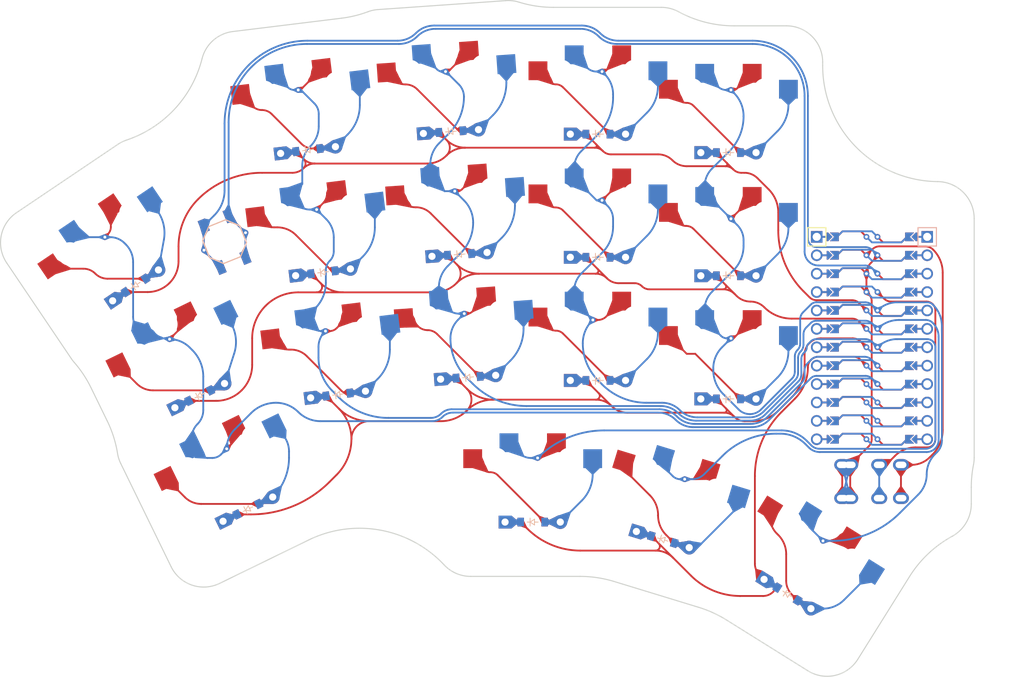
<source format=kicad_pcb>
(kicad_pcb (version 20240108) (generator "pcbnew") (generator_version "8.0")
  (title_block (title "keyboard") (rev "v1.0.0") (company "Unknown"))
  (layers (0 "F.Cu" signal) (31 "B.Cu" signal) (34 "B.Paste" user) (35 "F.Paste" user) (36 "B.SilkS" user "B.Silkscreen") (37 "F.SilkS" user "F.Silkscreen") (38 "B.Mask" user) (39 "F.Mask" user) (44 "Edge.Cuts" user))
  (net 0 "")
  (net 1 "B1")
  (net 2 "pinkie_bottom")
  (net 3 "pinkie_home")
  (net 4 "pinkie_top")
  (net 5 "F7")
  (net 6 "ring_bottom")
  (net 7 "ring_home")
  (net 8 "ring_top")
  (net 9 "F6")
  (net 10 "middle_bottom")
  (net 11 "middle_home")
  (net 12 "middle_top")
  (net 13 "F5")
  (net 14 "index_bottom")
  (net 15 "index_home")
  (net 16 "index_top")
  (net 17 "F4")
  (net 18 "far_bottom")
  (net 19 "far_home")
  (net 20 "far_top")
  (net 21 "tucky_thumb")
  (net 22 "resty_thumb")
  (net 23 "reachy_thumb")
  (net 24 "D4")
  (net 25 "D0")
  (net 26 "D1")
  (net 27 "C6")
  (net 28 "RAW")
  (net 29 "GND")
  (net 30 "RST")
  (net 31 "VCC")
  (net 32 "B3")
  (net 33 "B2")
  (net 34 "B6")
  (net 35 "D3")
  (net 36 "D2")
  (net 37 "D7")
  (net 38 "E6")
  (net 39 "B5")
  (footprint "E73:SW_TACT_ALPS_SKQGABE010" (layer "F.Cu") (at 176.5363 103.488346 112)
    (property "Reference" "B1" (hide yes))
    (property "Value" "" (hide yes))
  )
  (footprint "PG1350" (layer "F.Cu") (at 208.591636 100.261026 4)
    (property "Reference" "S8" (hide yes))
    (property "Value" "" (hide yes))
  )
  (footprint "TRRS-PJ-320A-dual" (layer "F.Cu") (at 273.031796 138.897301 -90)
    (property "Reference" "TRRS1")
    (property "Value" "TRRS-PJ-320A-dual")
  )
  (footprint "ComboDiode" (layer "F.Cu") (at 219.031797 142.197301)
    (property "Reference" "D16" (hide yes))
    (property "Value" "" (hide yes))
  )
  (footprint "ComboDiode" (layer "F.Cu") (at 173.102095 124.741632 26)
    (property "Reference" "D2" (hide yes))
    (property "Value" "" (hide yes))
  )
  (footprint "ComboDiode" (layer "F.Cu") (at 236.976681 144.61017 -17)
    (property "Reference" "D17" (hide yes))
    (property "Value" "" (hide yes))
  )
  (footprint "ComboDiode" (layer "F.Cu") (at 188.040855 90.84203 7)
    (property "Reference" "D6" (hide yes))
    (property "Value" "" (hide yes))
  )
  (footprint "PG1350" (layer "F.Cu") (at 228.031797 117.647301)
    (property "Reference" "S10" (hide yes))
    (property "Value" "" (hide yes))
  )
  (footprint "ComboDiode" (layer "F.Cu") (at 192.184413 124.588599 7)
    (property "Reference" "D4" (hide yes))
    (property "Value" "" (hide yes))
  )
  (footprint "PG1350" (layer "F.Cu") (at 207.405776 83.302437 4)
    (property "Reference" "S9" (hide yes))
    (property "Value" "" (hide yes))
  )
  (footprint "ComboDiode" (layer "F.Cu") (at 228.031797 122.647301)
    (property "Reference" "D10" (hide yes))
    (property "Value" "" (hide yes))
  )
  (footprint "ComboDiode" (layer "F.Cu") (at 164.250713 109.522941 34)
    (property "Reference" "D3" (hide yes))
    (property "Value" "" (hide yes))
  )
  (footprint "ComboDiode" (layer "F.Cu") (at 228.031797 88.647301)
    (property "Reference" "D12" (hide yes))
    (property "Value" "" (hide yes))
  )
  (footprint "PG1350" (layer "F.Cu") (at 189.503288 102.752584 7)
    (property "Reference" "S5" (hide yes))
    (property "Value" "" (hide yes))
  )
  (footprint "ComboDiode" (layer "F.Cu") (at 210.126278 122.207435 4)
    (property "Reference" "D7" (hide yes))
    (property "Value" "" (hide yes))
  )
  (footprint "PG1350" (layer "F.Cu") (at 187.431509 85.879299 7)
    (property "Reference" "S6" (hide yes))
    (property "Value" "" (hide yes))
  )
  (footprint "PG1350" (layer "F.Cu") (at 246.031796 86.197301)
    (property "Reference" "S15" (hide yes))
    (property "Value" "" (hide yes))
  )
  (footprint "E73:SW_TACT_ALPS_SKQGABE010" (layer "F.Cu") (at 176.5363 103.488346 112)
    (property "Reference" "B2" (hide yes))
    (property "Value" "" (hide yes))
  )
  (footprint "PG1350" (layer "F.Cu") (at 228.031797 83.647301)
    (property "Reference" "S12" (hide yes))
    (property "Value" "" (hide yes))
  )
  (footprint "ComboDiode" (layer "F.Cu") (at 207.754558 88.290257 4)
    (property "Reference" "D9" (hide yes))
    (property "Value" "" (hide yes))
  )
  (footprint "PG1350" (layer "F.Cu") (at 246.031796 103.197301)
    (property "Reference" "S14" (hide yes))
    (property "Value" "" (hide yes))
  )
  (footprint "PG1350" (layer "F.Cu") (at 170.910239 120.247662 26)
    (property "Reference" "S2" (hide yes))
    (property "Value" "" (hide yes))
  )
  (footprint "PG1350" (layer "F.Cu") (at 177.553634 135.921695 26)
    (property "Reference" "S1" (hide yes))
    (property "Value" "" (hide yes))
  )
  (footprint "ComboDiode" (layer "F.Cu") (at 179.74549 140.415665 26)
    (property "Reference" "D1" (hide yes))
    (property "Value" "" (hide yes))
  )
  (footprint "PG1350" (layer "F.Cu") (at 209.777496 117.219615 4)
    (property "Reference" "S7" (hide yes))
    (property "Value" "" (hide yes))
  )
  (footprint "PG1350" (layer "F.Cu") (at 246.031796 120.197301)
    (property "Reference" "S13" (hide yes))
    (property "Value" "" (hide yes))
  )
  (footprint "PG1350" (layer "F.Cu") (at 256.829401 147.887101 -32)
    (property "Reference" "S18" (hide yes))
    (property "Value" "" (hide yes))
  )
  (footprint "ComboDiode" (layer "F.Cu") (at 190.112634 107.715315 7)
    (property "Reference" "D5" (hide yes))
    (property "Value" "" (hide yes))
  )
  (footprint "PG1350" (layer "F.Cu") (at 219.031797 137.197301)
    (property "Reference" "S16" (hide yes))
    (property "Value" "" (hide yes))
  )
  (footprint "ComboDiode" (layer "F.Cu") (at 246.031796 108.197301)
    (property "Reference" "D14" (hide yes))
    (property "Value" "" (hide yes))
  )
  (footprint "ComboDiode" (layer "F.Cu") (at 228.031797 105.647301)
    (property "Reference" "D11" (hide yes))
    (property "Value" "" (hide yes))
  )
  (footprint "ComboDiode" (layer "F.Cu") (at 246.031796 91.197301)
    (property "Reference" "D15" (hide yes))
    (property "Value" "" (hide yes))
  )
  (footprint "PG1350" (layer "F.Cu") (at 228.031797 100.647301)
    (property "Reference" "S11" (hide yes))
    (property "Value" "" (hide yes))
  )
  (footprint "ComboDiode" (layer "F.Cu") (at 208.940418 105.248846 4)
    (property "Reference" "D8" (hide yes))
    (property "Value" "" (hide yes))
  )
  (footprint "PG1350" (layer "F.Cu") (at 238.438539 139.828646 -17)
    (property "Reference" "S17" (hide yes))
    (property "Value" "" (hide yes))
  )
  (footprint "PG1350" (layer "F.Cu") (at 161.454748 105.377753 34)
    (property "Reference" "S3" (hide yes))
    (property "Value" "" (hide yes))
  )
  (footprint "ComboDiode" (layer "F.Cu") (at 246.031796 125.197301)
    (property "Reference" "D13" (hide yes))
    (property "Value" "" (hide yes))
  )
  (footprint "ProMicro" (layer "F.Cu") (at 265.831796 116.797301 -90)
    (property "Reference" "_1" (hide yes))
    (property "Value" "")
  )
  (footprint "ComboDiode" (layer "F.Cu") (at 254.179804 152.127342 -32)
    (property "Reference" "D18" (hide yes))
    (property "Value" "" (hide yes))
  )
  (footprint "PG1350" (layer "F.Cu") (at 191.575067 119.625869 7)
    (property "Reference" "S4" (hide yes))
    (property "Value" "" (hide yes))
  )
  (gr_arc (start 221.887841 71.147301) (mid 219.492708 70.967015) (end 217.151552 70.430218) (stroke (width 0.15)) (layer "Edge.Cuts"))
  (gr_line (start 210.471665 149.697301) (end 225.572443 149.697301) (stroke (width 0.15)) (layer "Edge.Cuts"))
  (gr_arc (start 188.129593 144.670979) (mid 198.042678 143.316534) (end 206.822109 148.115011) (stroke (width 0.15)) (layer "Edge.Cuts"))
  (gr_arc (start 279.931796 133.297301) (mid 279.907568 133.793829) (end 279.835114 134.28564) (stroke (width 0.15)) (layer "Edge.Cuts"))
  (gr_line (start 259.031796 79.198249) (end 259.031796 78.697301) (stroke (width 0.15)) (layer "Edge.Cuts"))
  (gr_arc (start 246.804079 73.697301) (mid 242.861636 73.203982) (end 239.162303 71.754444) (stroke (width 0.15)) (layer "Edge.Cuts"))
  (gr_arc (start 210.471665 149.697301) (mid 208.482765 149.284705) (end 206.822109 148.115011) (stroke (width 0.15)) (layer "Edge.Cuts"))
  (gr_arc (start 254.031796 73.697301) (mid 257.56733 75.161767) (end 259.031796 78.697301) (stroke (width 0.15)) (layer "Edge.Cuts"))
  (gr_arc (start 161.812538 90.058697) (mid 162.393958 89.721052) (end 163.015421 89.464466) (stroke (width 0.15)) (layer "Edge.Cuts"))
  (gr_line (start 215.322679 70.218309) (end 197.701791 71.450482) (stroke (width 0.15)) (layer "Edge.Cuts"))
  (gr_arc (start 274.880137 95.19753) (mid 278.455091 96.708188) (end 279.931796 100.297301) (stroke (width 0.15)) (layer "Edge.Cuts"))
  (gr_arc (start 263.879631 161.136413) (mid 260.764145 163.358666) (end 256.989794 162.727056) (stroke (width 0.15)) (layer "Edge.Cuts"))
  (gr_arc (start 279.531797 137.386311) (mid 279.607807 135.828575) (end 279.835114 134.28564) (stroke (width 0.15)) (layer "Edge.Cuts"))
  (gr_line (start 230.25039 150.396425) (end 241.954174 153.97463) (stroke (width 0.15)) (layer "Edge.Cuts"))
  (gr_line (start 175.84382 150.663151) (end 188.129593 144.670979) (stroke (width 0.15)) (layer "Edge.Cuts"))
  (gr_arc (start 160.351985 128.25527) (mid 161.223556 130.435577) (end 161.766637 132.719968) (stroke (width 0.15)) (layer "Edge.Cuts"))
  (gr_arc (start 173.429212 78.221169) (mid 169.655999 85.170726) (end 163.015421 89.464466) (stroke (width 0.15)) (layer "Edge.Cuts"))
  (gr_arc (start 173.429212 78.221169) (mid 174.969792 75.696723) (end 177.667256 74.484326) (stroke (width 0.15)) (layer "Edge.Cuts"))
  (gr_arc (start 274.880137 95.19753) (mid 263.664595 90.45821) (end 259.031796 79.198249) (stroke (width 0.15)) (layer "Edge.Cuts"))
  (gr_arc (start 175.842921 150.663589) (mid 172.023225 150.897212) (end 169.157095 148.361475) (stroke (width 0.15)) (layer "Edge.Cuts"))
  (gr_arc (start 155.774232 120.134686) (mid 157.054641 121.812524) (end 158.103064 123.644297) (stroke (width 0.15)) (layer "Edge.Cuts"))
  (gr_line (start 279.531796 139.697301) (end 279.531796 137.38631) (stroke (width 0.15)) (layer "Edge.Cuts"))
  (gr_line (start 236.774248 71.147301) (end 221.887841 71.147301) (stroke (width 0.15)) (layer "Edge.Cuts"))
  (gr_line (start 192.661179 72.643304) (end 177.667256 74.484326) (stroke (width 0.15)) (layer "Edge.Cuts"))
  (gr_arc (start 215.322679 70.21831) (mid 216.246953 70.23936) (end 217.151552 70.430218) (stroke (width 0.15)) (layer "Edge.Cuts"))
  (gr_line (start 161.812538 90.058697) (end 147.832536 99.488327) (stroke (width 0.15)) (layer "Edge.Cuts"))
  (gr_arc (start 196.30312 71.753603) (mid 194.508298 72.305492) (end 192.661179 72.643304) (stroke (width 0.15)) (layer "Edge.Cuts"))
  (gr_arc (start 146.483314 106.429479) (mid 145.720365 102.67947) (end 147.832536 99.488327) (stroke (width 0.15)) (layer "Edge.Cuts"))
  (gr_arc (start 279.531796 139.697301) (mid 278.820773 142.294776) (end 276.885962 144.167991) (stroke (width 0.15)) (layer "Edge.Cuts"))
  (gr_arc (start 196.30312 71.753603) (mid 196.991554 71.551741) (end 197.701791 71.450482) (stroke (width 0.15)) (layer "Edge.Cuts"))
  (gr_line (start 245.754935 155.706737) (end 256.989794 162.727056) (stroke (width 0.15)) (layer "Edge.Cuts"))
  (gr_line (start 162.208835 134.115432) (end 169.157095 148.361475) (stroke (width 0.15)) (layer "Edge.Cuts"))
  (gr_arc (start 271.016536 149.714978) (mid 273.595518 146.565076) (end 276.885962 144.167991) (stroke (width 0.15)) (layer "Edge.Cuts"))
  (gr_line (start 158.103446 123.645082) (end 160.351603 128.254486) (stroke (width 0.15)) (layer "Edge.Cuts"))
  (gr_arc (start 155.774231 120.134687) (mid 155.577013 119.894141) (end 155.395134 119.641797) (stroke (width 0.15)) (layer "Edge.Cuts"))
  (gr_arc (start 241.954174 153.97463) (mid 243.911319 154.716126) (end 245.754935 155.706737) (stroke (width 0.15)) (layer "Edge.Cuts"))
  (gr_arc (start 236.774248 71.147301) (mid 238.006262 71.301463) (end 239.162303 71.754444) (stroke (width 0.15)) (layer "Edge.Cuts"))
  (gr_arc (start 225.572443 149.697301) (mid 227.937393 149.873047) (end 230.25039 150.396425) (stroke (width 0.15)) (layer "Edge.Cuts"))
  (gr_line (start 254.031796 73.697301) (end 246.804079 73.697301) (stroke (width 0.15)) (layer "Edge.Cuts"))
  (gr_line (start 146.483313 106.429479) (end 155.395134 119.641797) (stroke (width 0.15)) (layer "Edge.Cuts"))
  (gr_line (start 263.879631 161.136412) (end 271.016006 149.715825) (stroke (width 0.15)) (layer "Edge.Cuts"))
  (gr_arc (start 162.208835 134.115432) (mid 161.936391 133.43397) (end 161.766637 132.719968) (stroke (width 0.15)) (layer "Edge.Cuts"))
  (gr_line (start 279.931796 133.297301) (end 279.931796 100.297301) (stroke (width 0.15)) (layer "Edge.Cuts"))
  (segment (start 177.354601 131.545725) (end 176.820326 132.08) (width 0.25) (layer "F.Cu") (net 1))
  (segment (start 168.944926 116.951437) (end 171.245481 114.650882) (width 0.25) (layer "F.Cu") (net 1))
  (segment (start 160.02 102.87) (end 160.431324 102.458676) (width 0.25) (layer "F.Cu") (net 1))
  (segment (start 160.842648 101.465652) (end 160.842648 98.613623) (width 0.25) (layer "F.Cu") (net 1))
  (via (at 176.820326 132.08) (size 0.8) (drill 0.4) (layers "F.Cu" "B.Cu") (net 1))
  (via (at 160.02 102.87) (size 0.8) (drill 0.4) (layers "F.Cu" "B.Cu") (net 1))
  (via (at 168.944926 116.951437) (size 0.8) (drill 0.4) (layers "F.Cu" "B.Cu") (net 1))
  (arc (start 160.842648 101.465652) (mid 160.735748 102.003072) (end 160.431324 102.458676) (width 0.25) (layer "F.Cu") (net 1))
  (arc (start 177.888876 130.255871) (mid 177.750022 130.953934) (end 177.354601 131.545725) (width 0.25) (layer "F.Cu") (net 1))
  (segment (start 163.916384 113.873861) (end 163.916384 106.308778) (width 0.25) (layer "B.Cu") (net 1))
  (segment (start 171.717338 118.099762) (end 172.080819 118.463243) (width 0.25) (layer "B.Cu") (net 1))
  (segment (start 160.02 102.87) (end 160.751507 102.87) (width 0.25) (layer "B.Cu") (net 1))
  (segment (start 205.164938 128.27) (end 189.756051 128.27) (width 0.25) (layer "B.Cu") (net 1))
  (segment (start 172.001775 130.588368) (end 172.001775 132.009536) (width 0.25) (layer "B.Cu") (net 1))
  (segment (start 168.754691 116.84) (end 165.862877 116.84) (width 0.25) (layer "B.Cu") (net 1))
  (segment (start 160.02 102.87) (end 156.006116 102.87) (width 0.25) (layer "B.Cu") (net 1))
  (segment (start 173.592625 122.113065) (end 173.592625 126.747691) (width 0.25) (layer "B.Cu") (net 1))
  (segment (start 236.325071 127.08) (end 208.037853 127.08) (width 0.25) (layer "B.Cu") (net 1))
  (segment (start 176.051832 132.848493) (end 176.820326 132.08) (width 0.25) (layer "B.Cu") (net 1))
  (segment (start 257.394524 122.341058) (end 251.622116 128.113467) (width 0.25) (layer "B.Cu") (net 1))
  (segment (start 265.824224 122.377729) (end 266.593796 123.147301) (width 0.25) (layer "B.Cu") (net 1))
  (segment (start 249.249345 129.096301) (end 241.192853 129.096301) (width 0.25) (layer "B.Cu") (net 1))
  (segment (start 168.889207 116.895718) (end 168.944926 116.951437) (width 0.25) (layer "B.Cu") (net 1))
  (segment (start 162.715512 103.683518) (end 162.909189 103.877195) (width 0.25) (layer "B.Cu") (net 1))
  (segment (start 258.164074 122.022301) (end 264.966145 122.022301) (width 0.25) (layer "B.Cu") (net 1))
  (segment (start 174.14025 133.347806) (end 174.846385 133.347806) (width 0.25) (layer "B.Cu") (net 1))
  (segment (start 180.185906 127.154093) (end 177.923672 129.416327) (width 0.25) (layer "B.Cu") (net 1))
  (arc (start 208.037853 127.08) (mid 207.260448 127.234635) (end 206.601396 127.675) (width 0.25) (layer "B.Cu") (net 1))
  (arc (start 163.916384 106.308778) (mid 163.654622 104.992814) (end 162.909189 103.877195) (width 0.25) (layer "B.Cu") (net 1))
  (arc (start 171.717338 118.099762) (mid 170.445395 117.249877) (end 168.944926 116.951437) (width 0.25) (layer "B.Cu") (net 1))
  (arc (start 238.758962 128.08815) (mid 237.642283 127.342009) (end 236.325071 127.08) (width 0.25) (layer "B.Cu") (net 1))
  (arc (start 173.592625 126.747691) (mid 173.385888 127.787012) (end 172.7972 128.66805) (width 0.25) (layer "B.Cu") (net 1))
  (arc (start 264.966145 122.022301) (mid 265.430534 122.114674) (end 265.824224 122.377729) (width 0.25) (layer "B.Cu") (net 1))
  (arc (start 177.923672 129.416327) (mid 177.107076 130.638448) (end 176.820326 132.08) (width 0.25) (layer "B.Cu") (net 1))
  (arc (start 173.592625 122.113065) (mid 173.199719 120.137795) (end 172.080819 118.463243) (width 0.25) (layer "B.Cu") (net 1))
  (arc (start 174.14025 133.347806) (mid 173.345685 133.146034) (end 172.672007 132.679768) (width 0.25) (layer "B.Cu") (net 1))
  (arc (start 186.69 127) (mid 185.283307 126.060071) (end 183.623948 125.73) (width 0.25) (layer "B.Cu") (net 1))
  (arc (start 183.623948 125.73) (mid 181.763304 126.10011) (end 180.185906 127.154093) (width 0.25) (layer "B.Cu") (net 1))
  (arc (start 258.164074 122.022301) (mid 257.747596 122.105143) (end 257.394524 122.341058) (width 0.25) (layer "B.Cu") (net 1))
  (arc (start 206.601396 127.675) (mid 205.942343 128.115364) (end 205.164938 128.27) (width 0.25) (layer "B.Cu") (net 1))
  (arc (start 162.715512 103.683518) (mid 161.814419 103.081427) (end 160.751507 102.87) (width 0.25) (layer "B.Cu") (net 1))
  (arc (start 163.916384 113.873861) (mid 164.103765 114.81589) (end 164.637382 115.614505) (width 0.25) (layer "B.Cu") (net 1))
  (arc (start 168.889207 116.895718) (mid 168.82749 116.85448) (end 168.754691 116.84) (width 0.25) (layer "B.Cu") (net 1))
  (arc (start 238.758962 128.08815) (mid 239.87564 128.834291) (end 241.192853 129.096301) (width 0.25) (layer "B.Cu") (net 1))
  (arc (start 251.622116 128.113467) (mid 250.533479 128.840871) (end 249.249345 129.096301) (width 0.25) (layer "B.Cu") (net 1))
  (arc (start 172.001775 130.588368) (mid 172.208505 129.549085) (end 172.7972 128.66805) (width 0.25) (layer "B.Cu") (net 1))
  (arc (start 186.69 127) (mid 188.096716 127.939937) (end 189.756051 128.27) (width 0.25) (layer "B.Cu") (net 1))
  (arc (start 176.051832 132.848493) (mid 175.498768 133.218038) (end 174.846385 133.347806) (width 0.25) (layer "B.Cu") (net 1))
  (segment (start 171.05743 138.763948) (end 168.472221 136.178739) (width 0.25) (layer "F.Cu") (net 2))
  (segment (start 181.2285 139.692353) (end 183.169895 138.745471) (width 0.25) (layer "F.Cu") (net 2))
  (segment (start 173.298798 139.692353) (end 181.2285 139.692353) (width 0.25) (layer "F.Cu") (net 2))
  (arc (start 171.05743 138.763948) (mid 172.085778 139.451068) (end 173.298798 139.692353) (width 0.25) (layer "F.Cu") (net 2))
  (segment (start 184.383631 129.960064) (end 183.347263 128.923696) (width 0.25) (layer "B.Cu") (net 2))
  (segment (start 185.42 132.462079) (end 185.42 133.313328) (width 0.25) (layer "B.Cu") (net 2))
  (segment (start 183.169895 138.745471) (end 181.2285 139.692353) (width 0.25) (layer "B.Cu") (net 2))
  (arc (start 185.42 133.313328) (mid 184.835234 136.253147) (end 183.169895 138.745471) (width 0.25) (layer "B.Cu") (net 2))
  (arc (start 184.383631 129.960064) (mid 185.150656 131.107998) (end 185.42 132.462079) (width 0.25) (layer "B.Cu") (net 2))
  (segment (start 174.585105 124.01832) (end 176.5265 123.071438) (width 0.25) (layer "F.Cu") (net 3))
  (segment (start 174.585105 124.01832) (end 166.661254 124.01832) (width 0.25) (layer "F.Cu") (net 3))
  (segment (start 164.409898 123.085778) (end 161.828826 120.504706) (width 0.25) (layer "F.Cu") (net 3))
  (arc (start 164.409898 123.085778) (mid 165.442829 123.77596) (end 166.661254 124.01832) (width 0.25) (layer "F.Cu") (net 3))
  (segment (start 177.859362 118.915276) (end 176.5265 123.071438) (width 0.25) (layer "B.Cu") (net 3))
  (segment (start 174.585105 124.01832) (end 176.5265 123.071438) (width 0.25) (layer "B.Cu") (net 3))
  (segment (start 177.595677 115.103156) (end 176.703868 113.249663) (width 0.25) (layer "B.Cu") (net 3))
  (arc (start 177.595677 115.103156) (mid 178.093494 116.983901) (end 177.859362 118.915276) (width 0.25) (layer "B.Cu") (net 3))
  (segment (start 165.618625 108.600273) (end 167.409346 107.392416) (width 0.25) (layer "F.Cu") (net 4))
  (segment (start 157.04502 107.22059) (end 152.821896 107.22059) (width 0.25) (layer "F.Cu") (net 4))
  (segment (start 160.375856 108.600273) (end 165.618625 108.600273) (width 0.25) (layer "F.Cu") (net 4))
  (arc (start 158.710431 107.910431) (mid 157.946317 107.399867) (end 157.04502 107.22059) (width 0.25) (layer "F.Cu") (net 4))
  (arc (start 158.710431 107.910431) (mid 159.474534 108.420988) (end 160.375856 108.600273) (width 0.25) (layer "F.Cu") (net 4))
  (segment (start 167.409346 107.392416) (end 165.618625 108.600273) (width 0.25) (layer "B.Cu") (net 4))
  (segment (start 168.160079 103.223431) (end 167.409346 107.392416) (width 0.25) (layer "B.Cu") (net 4))
  (segment (start 167.375434 99.397568) (end 166.218061 97.641541) (width 0.25) (layer "B.Cu") (net 4))
  (arc (start 167.375434 99.397568) (mid 168.136098 101.234956) (end 168.160079 103.223431) (width 0.25) (layer "B.Cu") (net 4))
  (segment (start 186.835751 82.55) (end 186.69 82.55) (width 0.25) (layer "F.Cu") (net 5))
  (segment (start 191.842188 96.447812) (end 189.23 99.06) (width 0.25) (layer "F.Cu") (net 5))
  (segment (start 191.991432 115.430197) (end 194.100533 113.321097) (width 0.25) (layer "F.Cu") (net 5))
  (segment (start 187.084563 82.446938) (end 189.956975 79.574527) (width 0.25) (layer "F.Cu") (net 5))
  (segment (start 191.019587 115.832749) (end 190.450293 115.832749) (width 0.25) (layer "F.Cu") (net 5))
  (via (at 190.450293 115.832749) (size 0.8) (drill 0.4) (layers "F.Cu" "B.Cu") (net 5))
  (via (at 189.23 99.06) (size 0.8) (drill 0.4) (layers "F.Cu" "B.Cu") (net 5))
  (via (at 186.69 82.55) (size 0.8) (drill 0.4) (layers "F.Cu" "B.Cu") (net 5))
  (arc (start 191.991432 115.430197) (mid 191.545545 115.728129) (end 191.019587 115.832749) (width 0.25) (layer "F.Cu") (net 5))
  (arc (start 187.084563 82.446938) (mid 186.970407 82.523215) (end 186.835751 82.55) (width 0.25) (layer "F.Cu") (net 5))
  (segment (start 187.247921 95.525712) (end 185.527577 97.246056) (width 0.25) (layer "B.Cu") (net 5))
  (segment (start 258.411596 119.38) (end 264.803004 119.38) (width 0.25) (layer "B.Cu") (net 5))
  (segment (start 204.978542 127.82) (end 199.121216 127.82) (width 0.25) (layer "B.Cu") (net 5))
  (segment (start 188.28576 99.06) (end 189.23 99.06) (width 0.25) (layer "B.Cu") (net 5))
  (segment (start 190.5 109.167631) (end 190.5 107.452717) (width 0.25) (layer "B.Cu") (net 5))
  (segment (start 186.161513 82.55) (end 186.69 82.55) (width 0.25) (layer "B.Cu") (net 5))
  (segment (start 186.69 82.55) (end 187.057209 82.55) (width 0.25) (layer "B.Cu") (net 5))
  (segment (start 249.086513 128.646301) (end 241.379249 128.646301) (width 0.25) (layer "B.Cu") (net 5))
  (segment (start 189.485567 118.016028) (end 189.485567 119.486521) (width 0.25) (layer "B.Cu") (net 5))
  (segment (start 256.141551 122.957636) (end 251.419057 127.68013) (width 0.25) (layer "B.Cu") (net 5))
  (segment (start 191.592788 102.897373) (end 191.592788 104.814458) (width 0.25) (layer "B.Cu") (net 5))
  (segment (start 236.511467 126.63) (end 207.851457 126.63) (width 0.25) (layer "B.Cu") (net 5))
  (segment (start 189.521009 87.559655) (end 189.521009 85.868914) (width 0.25) (layer "B.Cu") (net 5))
  (segment (start 192.307783 124.997783) (end 191.387009 124.077009) (width 0.25) (layer "B.Cu") (net 5))
  (segment (start 186.673842 98.392321) (end 185.527577 97.246056) (width 0.25) (layer "B.Cu") (net 5))
  (segment (start 190.550099 100.380099) (end 189.23 99.06) (width 0.25) (layer "B.Cu") (net 5))
  (segment (start 190.347214 115.935828) (end 190.450293 115.832749) (width 0.25) (layer "B.Cu") (net 5))
  (segment (start 189.049678 112.669019) (end 187.599356 114.119341) (width 0.25) (layer "B.Cu") (net 5))
  (segment (start 189.881528 115.832749) (end 190.450293 115.832749) (width 0.25) (layer "B.Cu") (net 5))
  (segment (start 188.916352 84.409143) (end 187.057209 82.55) (width 0.25) (layer "B.Cu") (net 5))
  (segment (start 188.910586 115.430571) (end 187.599356 114.119341) (width 0.25) (layer "B.Cu") (net 5))
  (segment (start 185.25933 82.176303) (end 183.455798 80.372771) (width 0.25) (layer "B.Cu") (net 5))
  (segment (start 265.764943 119.778448) (end 266.593796 120.607301) (width 0.25) (layer "B.Cu") (net 5))
  (segment (start 187.247921 93.047315) (end 187.247921 95.525712) (width 0.25) (layer "B.Cu") (net 5))
  (segment (start 256.54 121.251596) (end 256.54 121.995697) (width 0.25) (layer "B.Cu") (net 5))
  (segment (start 256.938448 120.289657) (end 257.449657 119.778448) (width 0.25) (layer "B.Cu") (net 5))
  (arc (start 258.411596 119.38) (mid 257.890998 119.483553) (end 257.449657 119.778448) (width 0.25) (layer "B.Cu") (net 5))
  (arc (start 256.938448 120.289657) (mid 256.643553 120.730998) (end 256.54 121.251596) (width 0.25) (layer "B.Cu") (net 5))
  (arc (start 190.347214 115.935828) (mid 189.709502 116.890232) (end 189.485567 118.016028) (width 0.25) (layer "B.Cu") (net 5))
  (arc (start 238.945358 127.63815) (mid 237.828679 126.892009) (end 236.511467 126.63) (width 0.25) (layer "B.Cu") (net 5))
  (arc (start 189.485567 119.486521) (mid 189.979735 121.970875) (end 191.387009 124.077009) (width 0.25) (layer "B.Cu") (net 5))
  (arc (start 188.384465 90.303456) (mid 187.543299 91.562349) (end 187.247921 93.047315) (width 0.25) (layer "B.Cu") (net 5))
  (arc (start 192.307783 124.997783) (mid 195.433812 127.086529) (end 199.121216 127.82) (width 0.25) (layer "B.Cu") (net 5))
  (arc (start 206.415 127.225) (mid 205.755947 127.665364) (end 204.978542 127.82) (width 0.25) (layer "B.Cu") (net 5))
  (arc (start 186.673842 98.392321) (mid 187.413396 98.886475) (end 188.28576 99.06) (width 0.25) (layer "B.Cu") (net 5))
  (arc (start 188.916352 84.409143) (mid 189.363864 85.078892) (end 189.521009 85.868914) (width 0.25) (layer "B.Cu") (net 5))
  (arc (start 189.521009 87.559655) (mid 189.225643 89.044563) (end 188.384465 90.303456) (width 0.25) (layer "B.Cu") (net 5))
  (arc (start 188.910586 115.430571) (mid 189.356058 115.728226) (end 189.881528 115.832749) (width 0.25) (layer "B.Cu") (net 5))
  (arc (start 185.25933 82.176303) (mid 185.673255 82.452879) (end 186.161513 82.55) (width 0.25) (layer "B.Cu") (net 5))
  (arc (start 207.851457 126.63) (mid 207.074052 126.784635) (end 206.415 127.225) (width 0.25) (layer "B.Cu") (net 5))
  (arc (start 191.592788 104.814458) (mid 191.450777 105.528392) (end 191.046394 106.133606) (width 0.25) (layer "B.Cu") (net 5))
  (arc (start 238.945358 127.63815) (mid 240.062036 128.384291) (end 241.379249 128.646301) (width 0.25) (layer "B.Cu") (net 5))
  (arc (start 191.046394 106.133606) (mid 190.642003 106.738819) (end 190.5 107.452717) (width 0.25) (layer "B.Cu") (net 5))
  (arc (start 190.5 109.167631) (mid 190.123073 111.062568) (end 189.049678 112.669019) (width 0.25) (layer "B.Cu") (net 5))
  (arc (start 256.54 121.995697) (mid 256.436446 122.516294) (end 256.141551 122.957636) (width 0.25) (layer "B.Cu") (net 5))
  (arc (start 265.764943 119.778448) (mid 265.323601 119.483553) (end 264.803004 119.38) (width 0.25) (layer "B.Cu") (net 5))
  (arc (start 190.550099 100.380099) (mid 191.321802 101.535034) (end 191.592788 102.897373) (width 0.25) (layer "B.Cu") (net 5))
  (arc (start 251.419057 127.68013) (mid 250.348877 128.395201) (end 249.086513 128.646301) (width 0.25) (layer "B.Cu") (net 5))
  (segment (start 193.394814 124.387515) (end 193.822114 124.387515) (width 0.25) (layer "F.Cu") (net 6))
  (segment (start 185.424219 118.388168) (end 185.674392 118.388168) (width 0.25) (layer "F.Cu") (net 6))
  (segment (start 192.665368 124.085368) (end 187.883005 119.303005) (width 0.25) (layer "F.Cu") (net 6))
  (segment (start 193.822114 124.387515) (end 195.966014 124.124277) (width 0.25) (layer "F.Cu") (net 6))
  (arc (start 183.642677 117.650229) (mid 184.460055 118.196383) (end 185.424219 118.388168) (width 0.25) (layer "F.Cu") (net 6))
  (arc (start 187.883005 119.303005) (mid 186.869684 118.625926) (end 185.674392 118.388168) (width 0.25) (layer "F.Cu") (net 6))
  (arc (start 192.665368 124.085368) (mid 193.00004 124.308989) (end 193.394814 124.387515) (width 0.25) (layer "F.Cu") (net 6))
  (segment (start 199.331376 118.379244) (end 199.331376 114.895352) (width 0.25) (layer "B.Cu") (net 6))
  (segment (start 195.966014 124.124277) (end 193.822114 124.387515) (width 0.25) (layer "B.Cu") (net 6))
  (segment (start 197.648695 122.441596) (end 195.966014 124.124277) (width 0.25) (layer "B.Cu") (net 6))
  (arc (start 199.331376 118.379244) (mid 198.894061 120.577773) (end 197.648695 122.441596) (width 0.25) (layer "B.Cu") (net 6))
  (segment (start 191.154231 107.358526) (end 186.371867 102.576162) (width 0.25) (layer "F.Cu") (net 7))
  (segment (start 183.809712 101.514883) (end 183.35244 101.514883) (width 0.25) (layer "F.Cu") (net 7))
  (segment (start 191.968893 107.487395) (end 193.894235 107.250993) (width 0.25) (layer "F.Cu") (net 7))
  (arc (start 191.154231 107.358526) (mid 191.326697 107.473764) (end 191.530135 107.514231) (width 0.25) (layer "F.Cu") (net 7))
  (arc (start 186.371867 102.576162) (mid 185.19634 101.7907) (end 183.809712 101.514883) (width 0.25) (layer "F.Cu") (net 7))
  (arc (start 181.570898 100.776944) (mid 182.388276 101.323098) (end 183.35244 101.514883) (width 0.25) (layer "F.Cu") (net 7))
  (segment (start 191.750335 107.514231) (end 193.894235 107.250993) (width 0.25) (layer "B.Cu") (net 7))
  (segment (start 197.259597 101.50596) (end 197.259597 98.022067) (width 0.25) (layer "B.Cu") (net 7))
  (segment (start 195.576916 105.568312) (end 193.894235 107.250993) (width 0.25) (layer "B.Cu") (net 7))
  (arc (start 197.259597 101.50596) (mid 196.822282 103.704489) (end 195.576916 105.568312) (width 0.25) (layer "B.Cu") (net 7))
  (segment (start 183.032238 85.875629) (end 187.13252 89.975911) (width 0.25) (layer "F.Cu") (net 8))
  (segment (start 189.678556 90.640946) (end 191.822456 90.377708) (width 0.25) (layer "F.Cu") (net 8))
  (segment (start 180.36719 84.77173) (end 178.76118 83.16572) (width 0.25) (layer "F.Cu") (net 8))
  (segment (start 189.678556 90.640946) (end 188.738055 90.640946) (width 0.25) (layer "F.Cu") (net 8))
  (arc (start 183.032238 85.875629) (mid 182.420871 85.467126) (end 181.699714 85.32368) (width 0.25) (layer "F.Cu") (net 8))
  (arc (start 187.13252 89.975911) (mid 187.869146 90.468109) (end 188.738055 90.640946) (width 0.25) (layer "F.Cu") (net 8))
  (arc (start 180.36719 84.77173) (mid 180.978557 85.180232) (end 181.699714 85.32368) (width 0.25) (layer "F.Cu") (net 8))
  (segment (start 195.187818 84.632675) (end 195.187818 81.148782) (width 0.25) (layer "B.Cu") (net 8))
  (segment (start 193.505137 88.695027) (end 191.822456 90.377708) (width 0.25) (layer "B.Cu") (net 8))
  (segment (start 191.822456 90.377708) (end 189.678556 90.640946) (width 0.25) (layer "B.Cu") (net 8))
  (arc (start 195.187818 84.632675) (mid 194.750503 86.831204) (end 193.505137 88.695027) (width 0.25) (layer "B.Cu") (net 8))
  (segment (start 210.723795 113.126204) (end 212.629467 111.220533) (width 0.25) (layer "F.Cu") (net 9))
  (segment (start 220.378788 133.175309) (end 222.306797 131.247301) (width 0.25) (layer "F.Cu") (net 9))
  (segment (start 209.282541 96.258132) (end 211.443607 94.097067) (width 0.25) (layer "F.Cu") (net 9))
  (segment (start 210.01014 113.42181) (end 209.592091 113.42181) (width 0.25) (layer "F.Cu") (net 9))
  (segment (start 207.51924 79.876984) (end 210.257747 77.138478) (width 0.25) (layer "F.Cu") (net 9))
  (segment (start 219.957049 133.35) (end 219.71 133.35) (width 0.25) (layer "F.Cu") (net 9))
  (segment (start 207.198112 80.01) (end 207.01 80.01) (width 0.25) (layer "F.Cu") (net 9))
  (segment (start 208.650337 96.52) (end 208.28 96.52) (width 0.25) (layer "F.Cu") (net 9))
  (via (at 209.592091 113.42181) (size 0.8) (drill 0.4) (layers "F.Cu" "B.Cu") (net 9))
  (via (at 207.01 80.01) (size 0.8) (drill 0.4) (layers "F.Cu" "B.Cu") (net 9))
  (via (at 208.28 96.52) (size 0.8) (drill 0.4) (layers "F.Cu" "B.Cu") (net 9))
  (via (at 219.71 133.35) (size 0.8) (drill 0.4) (layers "F.Cu" "B.Cu") (net 9))
  (arc (start 220.378788 133.175309) (mid 220.185292 133.304599) (end 219.957049 133.35) (width 0.25) (layer "F.Cu") (net 9))
  (arc (start 207.51924 79.876984) (mid 207.371905 79.97543) (end 207.198112 80.01) (width 0.25) (layer "F.Cu") (net 9))
  (arc (start 209.282541 96.258132) (mid 208.992483 96.451942) (end 208.650337 96.52) (width 0.25) (layer "F.Cu") (net 9))
  (arc (start 210.723795 113.126204) (mid 210.396367 113.344984) (end 210.01014 113.42181) (width 0.25) (layer "F.Cu") (net 9))
  (segment (start 256.09 121.809301) (end 256.09 119.711417) (width 0.25) (layer "B.Cu") (net 9))
  (segment (start 207.01 80.01) (end 207.068338 80.01) (width 0.25) (layer "B.Cu") (net 9))
  (segment (start 208.844697 81.786359) (end 207.068338 80.01) (width 0.25) (layer "B.Cu") (net 9))
  (segment (start 265.867244 117.340749) (end 266.593796 118.067301) (width 0.25) (layer "B.Cu") (net 9))
  (segment (start 258.574397 132.08) (end 273.243047 132.08) (width 0.25) (layer "B.Cu") (net 9))
  (segment (start 208.28 96.52) (end 206.875591 96.52) (width 0.25) (layer "B.Cu") (net 9))
  (segment (start 206.095423 109.796522) (end 206.095423 111.512561) (width 0.25) (layer "B.Cu") (net 9))
  (segment (start 274.576796 130.746251) (end 274.576796 118.067299) (width 0.25) (layer "B.Cu") (net 9))
  (segment (start 204.909563 92.837933) (end 204.909563 94.553972) (width 0.25) (layer "B.Cu") (net 9))
  (segment (start 257.053434 117.596565) (end 257.38894 117.261059) (width 0.25) (layer "B.Cu") (net 9))
  (segment (start 207.308845 106.867059) (end 209.052314 105.123591) (width 0.25) (layer "B.Cu") (net 9))
  (segment (start 218.784748 133.35) (end 219.71 133.35) (width 0.25) (layer "B.Cu") (net 9))
  (segment (start 255.691551 122.77124) (end 251.099408 127.363383) (width 0.25) (layer "B.Cu") (net 9))
  (segment (start 228.892909 129.546301) (end 253.373278 129.546301) (width 0.25) (layer "B.Cu") (net 9))
  (segment (start 256.610157 118.666731) (end 256.460898 118.815991) (width 0.25) (layer "B.Cu") (net 9))
  (segment (start 236.697863 126.18) (end 218.1805 126.18) (width 0.25) (layer "B.Cu") (net 9))
  (segment (start 208.798381 113.42181) (end 209.592091 113.42181) (width 0.25) (layer "B.Cu") (net 9))
  (segment (start 256.832777 130.979273) (end 257.480325 131.626821) (width 0.25) (layer "B.Cu") (net 9))
  (segment (start 208.753579 114.260321) (end 209.592091 113.42181) (width 0.25) (layer "B.Cu") (net 9))
  (segment (start 206.57416 80.01) (end 207.01 80.01) (width 0.25) (layer "B.Cu") (net 9))
  (segment (start 205.830134 79.701814) (end 203.723703 77.595383) (width 0.25) (layer "B.Cu") (net 9))
  (segment (start 206.875591 96.52) (end 204.909563 94.553972) (width 0.25) (layer "B.Cu") (net 9))
  (segment (start 258.15849 116.942301) (end 264.905305 116.942301) (width 0.25) (layer "B.Cu") (net 9))
  (segment (start 207.434055 88.597401) (end 206.122985 89.908471) (width 0.25) (layer "B.Cu") (net 9))
  (segment (start 209.55 97.79) (end 208.28 96.52) (width 0.25) (layer "B.Cu") (net 9))
  (segment (start 207.443434 112.860572) (end 206.095423 111.512561) (width 0.25) (layer "B.Cu") (net 9))
  (segment (start 273.451797 116.942301) (end 269.309724 116.942301) (width 0.25) (layer "B.Cu") (net 9))
  (segment (start 217.205244 132.695748) (end 215.756797 131.247301) (width 0.25) (layer "B.Cu") (net 9))
  (segment (start 210.761179 123.106816) (end 209.951254 122.296891) (width 0.25) (layer "B.Cu") (net 9))
  (segment (start 249.088566 128.196301) (end 241.565645 128.196301) (width 0.25) (layer "B.Cu") (net 9))
  (arc (start 217.205244 132.695748) (mid 217.929926 133.179965) (end 218.784748 133.35) (width 0.25) (layer "B.Cu") (net 9))
  (arc (start 206.122985 89.908471) (mid 205.224921 91.252519) (end 204.909563 92.837933) (width 0.25) (layer "B.Cu") (net 9))
  (arc (start 256.831796 118.131648) (mid 256.774193 118.421233) (end 256.610157 118.666731) (width 0.25) (layer "B.Cu") (net 9))
  (arc (start 208.844697 81.786359) (mid 209.366697 82.567588) (end 209.55 83.48911) (width 0.25) (layer "B.Cu") (net 9))
  (arc (start 209.55 83.48911) (mid 209.000084 86.253673) (end 207.434055 88.597401) (width 0.25) (layer "B.Cu") (net 9))
  (arc (start 239.131754 127.18815) (mid 238.015075 126.442009) (end 236.697863 126.18) (width 0.25) (layer "B.Cu") (net 9))
  (arc (start 239.131754 127.18815) (mid 240.248432 127.934291) (end 241.565645 128.196301) (width 0.25) (layer "B.Cu") (net 9))
  (arc (start 258.15849 116.942301) (mid 257.742012 117.025143) (end 257.38894 117.261059) (width 0.25) (layer "B.Cu") (net 9))
  (arc (start 274.247291 117.271805) (mid 273.882315 117.027936) (end 273.451797 116.942301) (width 0.25) (layer "B.Cu") (net 9))
  (arc (start 269.309724 116.942301) (mid 267.839897 117.234668) (end 266.593796 118.067301) (width 0.25) (layer "B.Cu") (net 9))
  (arc (start 257.053434 117.596565) (mid 256.889397 117.842063) (end 256.831796 118.131648) (width 0.25) (layer "B.Cu") (net 9))
  (arc (start 209.55 97.79) (mid 210.489937 99.196716) (end 210.82 100.856051) (width 0.25) (layer "B.Cu") (net 9))
  (arc (start 274.576796 118.067299) (mid 274.49116 117.636781) (end 274.247291 117.271805) (width 0.25) (layer "B.Cu") (net 9))
  (arc (start 265.867244 117.340749) (mid 265.425902 117.045854) (end 264.905305 116.942301) (width 0.25) (layer "B.Cu") (net 9))
  (arc (start 207.308845 106.867059) (mid 206.410781 108.211108) (end 206.095423 109.796522) (width 0.25) (layer "B.Cu") (net 9))
  (arc (start 210.761179 123.106816) (mid 214.165192 125.381305) (end 218.1805 126.18) (width 0.25) (layer "B.Cu") (net 9))
  (arc (start 228.892909 129.546301) (mid 223.923165 130.534845) (end 219.71 133.35) (width 0.25) (layer "B.Cu") (net 9))
  (arc (start 274.576796 130.746251) (mid 274.18615 131.689354) (end 273.243047 132.08) (width 0.25) (layer "B.Cu") (net 9))
  (arc (start 251.099408 127.363383) (mid 250.176826 127.979833) (end 249.088566 128.196301) (width 0.25) (layer "B.Cu") (net 9))
  (arc (start 256.09 121.809301) (mid 255.986446 122.329898) (end 255.691551 122.77124) (width 0.25) (layer "B.Cu") (net 9))
  (arc (start 205.830134 79.701814) (mid 206.171496 79.929905) (end 206.57416 80.01) (width 0.25) (layer "B.Cu") (net 9))
  (arc (start 210.82 100.856051) (mid 210.360593 103.165614) (end 209.052314 105.123591) (width 0.25) (layer "B.Cu") (net 9))
  (arc (start 256.460898 118.815991) (mid 256.186393 119.226816) (end 256.09 119.711417) (width 0.25) (layer "B.Cu") (net 9))
  (arc (start 208.753579 114.260321) (mid 207.964932 115.440613) (end 207.687996 116.832904) (width 0.25) (layer "B.Cu") (net 9))
  (arc (start 207.687996 116.832904) (mid 208.276198 119.789993) (end 209.951254 122.296891) (width 0.25) (layer "B.Cu") (net 9))
  (arc (start 207.443434 112.860572) (mid 208.065089 113.275948) (end 208.798381 113.42181) (width 0.25) (layer "B.Cu") (net 9))
  (arc (start 256.832777 130.979273) (mid 255.245545 129.918719) (end 253.373278 129.546301) (width 0.25) (layer "B.Cu") (net 9))
  (arc (start 257.480325 131.626821) (mid 257.98229 131.962223) (end 258.574397 132.08) (width 0.25) (layer "B.Cu") (net 9))
  (segment (start 203.202025 115.153118) (end 202.104892 114.055985) (width 0.25) (layer "F.Cu") (net 10))
  (segment (start 205.854827 116.251945) (end 211.695219 122.092337) (width 0.25) (layer "F.Cu") (net 10))
  (segment (start 211.772259 122.092337) (end 213.926997 121.941663) (width 0.25) (layer "F.Cu") (net 10))
  (arc (start 205.854827 116.251945) (mid 205.246269 115.845319) (end 204.528426 115.702532) (width 0.25) (layer "F.Cu") (net 10))
  (arc (start 203.202025 115.153118) (mid 203.810583 115.559743) (end 204.528426 115.702532) (width 0.25) (layer "F.Cu") (net 10))
  (segment (start 215.933549 119.93511) (end 213.926997 121.941663) (width 0.25) (layer "B.Cu") (net 10))
  (segment (start 217.770752 115.499711) (end 217.770752 112.901515) (width 0.25) (layer "B.Cu") (net 10))
  (segment (start 213.926997 121.941663) (end 211.772259 122.092337) (width 0.25) (layer "B.Cu") (net 10))
  (arc (start 217.770752 115.499711) (mid 217.293278 117.900131) (end 215.933549 119.93511) (width 0.25) (layer "B.Cu") (net 10))
  (segment (start 202.886038 98.743943) (end 202.920654 98.743943) (width 0.25) (layer "F.Cu") (net 11))
  (segment (start 204.967304 99.591693) (end 210.493024 105.117413) (width 0.25) (layer "F.Cu") (net 11))
  (segment (start 212.741137 104.983074) (end 210.82 105.117413) (width 0.25) (layer "F.Cu") (net 11))
  (arc (start 204.967304 99.591693) (mid 204.028293 98.964266) (end 202.920654 98.743943) (width 0.25) (layer "F.Cu") (net 11))
  (arc (start 200.89848 97.920669) (mid 201.810379 98.529981) (end 202.886038 98.743943) (width 0.25) (layer "F.Cu") (net 11))
  (segment (start 210.586399 105.133748) (end 212.741137 104.983074) (width 0.25) (layer "B.Cu") (net 11))
  (segment (start 214.747689 102.976521) (end 212.741137 104.983074) (width 0.25) (layer "B.Cu") (net 11))
  (segment (start 216.584892 98.541122) (end 216.584892 95.942926) (width 0.25) (layer "B.Cu") (net 11))
  (arc (start 216.584892 98.541122) (mid 216.107418 100.941542) (end 214.747689 102.976521) (width 0.25) (layer "B.Cu") (net 11))
  (segment (start 209.400539 88.175159) (end 211.555277 88.024485) (width 0.25) (layer "F.Cu") (net 12))
  (segment (start 208.621731 87.971731) (end 203.106914 82.456914) (width 0.25) (layer "F.Cu") (net 12))
  (arc (start 208.621731 87.971731) (mid 208.847057 88.122289) (end 209.112849 88.175159) (width 0.25) (layer "F.Cu") (net 12))
  (arc (start 199.864333 81.113793) (mid 200.608187 81.61082) (end 201.485624 81.785354) (width 0.25) (layer "F.Cu") (net 12))
  (arc (start 203.106914 82.456914) (mid 202.363059 81.959886) (end 201.485624 81.785354) (width 0.25) (layer "F.Cu") (net 12))
  (segment (start 213.561829 86.017932) (end 211.555277 88.024485) (width 0.25) (layer "B.Cu") (net 12))
  (segment (start 215.399032 81.582533) (end 215.399032 78.984337) (width 0.25) (layer "B.Cu") (net 12))
  (segment (start 211.555277 88.024485) (end 209.400539 88.175159) (width 0.25) (layer "B.Cu") (net 12))
  (arc (start 215.399032 81.582533) (mid 214.921558 83.982953) (end 213.561829 86.017932) (width 0.25) (layer "B.Cu") (net 12))
  (segment (start 228.017049 114.3) (end 227.33 114.3) (width 0.25) (layer "F.Cu") (net 13))
  (segment (start 228.797049 80.01) (end 228.6 80.01) (width 0.25) (layer "F.Cu") (net 13))
  (segment (start 229.189915 113.814182) (end 231.306797 111.697301) (width 0.25) (layer "F.Cu") (net 13))
  (segment (start 229.133432 79.870665) (end 231.306797 77.697301) (width 0.25) (layer "F.Cu") (net 13))
  (segment (start 241.287412 136.280983) (end 239.996926 136.280983) (width 0.25) (layer "F.Cu") (net 13))
  (segment (start 231.306797 95.083203) (end 228.6 97.79) (width 0.25) (layer "F.Cu") (net 13))
  (via (at 239.996926 136.280983) (size 0.8) (drill 0.4) (layers "F.Cu" "B.Cu") (net 13))
  (via (at 227.33 114.3) (size 0.8) (drill 0.4) (layers "F.Cu" "B.Cu") (net 13))
  (via (at 228.6 80.01) (size 0.8) (drill 0.4) (layers "F.Cu" "B.Cu") (net 13))
  (via (at 228.6 97.79) (size 0.8) (drill 0.4) (layers "F.Cu" "B.Cu") (net 13))
  (arc (start 229.133432 79.870665) (mid 228.979098 79.973788) (end 228.797049 80.01) (width 0.25) (layer "F.Cu") (net 13))
  (arc (start 242.717632 135.688566) (mid 242.061441 136.127018) (end 241.287412 136.280983) (width 0.25) (layer "F.Cu") (net 13))
  (arc (start 229.189915 113.814182) (mid 228.651799 114.17374) (end 228.017049 114.3) (width 0.25) (layer "F.Cu") (net 13))
  (segment (start 226.528381 79.468885) (end 224.756797 77.697301) (width 0.25) (layer "B.Cu") (net 13))
  (segment (start 228.637608 104.991489) (end 225.755585 107.873512) (width 0.25) (layer "B.Cu") (net 13))
  (segment (start 237.526873 135.021134) (end 238.35885 135.853111) (width 0.25) (layer "B.Cu") (net 13))
  (segment (start 256.650074 131.432966) (end 257.118763 131.901655) (width 0.25) (layer "B.Cu") (net 13))
  (segment (start 229.360648 98.550648) (end 228.6 97.79) (width 0.25) (layer "B.Cu") (net 13))
  (segment (start 275.026796 130.873548) (end 275.026796 116.626451) (width 0.25) (layer "B.Cu") (net 13))
  (segment (start 230.121297 83.151527) (end 230.121297 83.608194) (width 0.25) (layer "B.Cu") (net 13))
  (segment (start 255.241551 122.584844) (end 250.876991 126.949404) (width 0.25) (layer "B.Cu") (net 13))
  (segment (start 256.381796 116.291694) (end 256.381796 117.734168) (width 0.25) (layer "B.Cu") (net 13))
  (segment (start 227.33 114.3) (end 224.756797 111.726797) (width 0.25) (layer "B.Cu") (net 13))
  (segment (start 224.756797 93.334801) (end 224.756797 94.697301) (width 0.25) (layer "B.Cu") (net 13))
  (segment (start 228.6 97.79) (end 227.849496 97.79) (width 0.25) (layer "B.Cu") (net 13))
  (segment (start 273.263153 114.3) (end 269.556687 114.3) (width 0.25) (layer "B.Cu") (net 13))
  (segment (start 258.15849 114.402301) (end 264.905305 114.402301) (width 0.25) (layer "B.Cu") (net 13))
  (segment (start 274.238266 114.722752) (end 274.206103 114.690588) (width 0.25) (layer "B.Cu") (net 13))
  (segment (start 236.884259 125.73) (end 234.725 125.73) (width 0.25) (layer "B.Cu") (net 13))
  (segment (start 255.64 119.525021) (end 255.64 121.622905) (width 0.25) (layer "B.Cu") (net 13))
  (segment (start 248.953113 127.746301) (end 241.752041 127.746301) (width 0.25) (layer "B.Cu") (net 13))
  (segment (start 240.997763 136.280983) (end 239.996926 136.280983) (width 0.25) (layer "B.Cu") (net 13))
  (segment (start 228.070529 122.660529) (end 228.605022 123.195022) (width 0.25) (layer "B.Cu") (net 13))
  (segment (start 258.635723 132.53) (end 273.370344 132.53) (width 0.25) (layer "B.Cu") (net 13))
  (segment (start 227.834748 80.01) (end 228.6 80.01) (width 0.25) (layer "B.Cu") (net 13))
  (segment (start 230.121297 100.387016) (end 230.121297 101.409549) (width 0.25) (layer "B.Cu") (net 13))
  (segment (start 265.867244 114.800749) (end 266.593796 115.527301) (width 0.25) (layer "B.Cu") (net 13))
  (segment (start 242.706299 135.573283) (end 245.212606 133.066978) (width 0.25) (layer "B.Cu") (net 13))
  (segment (start 224.756797 110.284801) (end 224.756797 111.697301) (width 0.25) (layer "B.Cu") (net 13))
  (segment (start 227.239708 114.390292) (end 227.33 114.3) (width 0.25) (layer "B.Cu") (net 13))
  (segment (start 252.625878 129.996301) (end 253.181659 129.996301) (width 0.25) (layer "B.Cu") (net 13))
  (segment (start 227.849496 97.79) (end 224.756797 94.697301) (width 0.25) (layer "B.Cu") (net 13))
  (segment (start 228.97562 80.38562) (end 228.6 80.01) (width 0.25) (layer "B.Cu") (net 13))
  (segment (start 239.391824 136.280983) (end 239.996926 136.280983) (width 0.25) (layer "B.Cu") (net 13))
  (segment (start 256.780244 115.329755) (end 257.38894 114.721059) (width 0.25) (layer "B.Cu") (net 13))
  (segment (start 228.000257 88.728839) (end 225.720229 91.008868) (width 0.25) (layer "B.Cu") (net 13))
  (arc (start 275.026796 130.873548) (mid 274.541632 132.044836) (end 273.370344 132.53) (width 0.25) (layer "B.Cu") (net 13))
  (arc (start 274.206103 114.690588) (mid 273.773475 114.401511) (end 273.263153 114.3) (width 0.25) (layer "B.Cu") (net 13))
  (arc (start 256.780244 115.329755) (mid 256.485349 115.771096) (end 256.381796 116.291694) (width 0.25) (layer "B.Cu") (net 13))
  (arc (start 239.31815 126.73815) (mid 240.434828 127.484291) (end 241.752041 127.746301) (width 0.25) (layer "B.Cu") (net 13))
  (arc (start 225.755585 107.873512) (mid 225.016373 108.97982) (end 224.756797 110.284801) (width 0.25) (layer "B.Cu") (net 13))
  (arc (start 230.121297 83.608194) (mid 229.570057 86.379467) (end 228.000257 88.728839) (width 0.25) (layer "B.Cu") (net 13))
  (arc (start 250.876991 126.949404) (mid 249.994308 127.539194) (end 248.953113 127.746301) (width 0.25) (layer "B.Cu") (net 13))
  (arc (start 225.720229 91.008868) (mid 225.007184 92.076015) (end 224.756797 93.334801) (width 0.25) (layer "B.Cu") (net 13))
  (arc (start 265.867244 114.800749) (mid 265.425902 114.505854) (end 264.905305 114.402301) (width 0.25) (layer "B.Cu") (net 13))
  (arc (start 239.31815 126.73815) (mid 238.201471 125.992009) (end 236.884259 125.73) (width 0.25) (layer "B.Cu") (net 13))
  (arc (start 252.625878 129.996301) (mid 248.613844 130.794344) (end 245.212606 133.066978) (width 0.25) (layer "B.Cu") (net 13))
  (arc (start 258.15849 114.402301) (mid 257.742012 114.485143) (end 257.38894 114.721059) (width 0.25) (layer "B.Cu") (net 13))
  (arc (start 275.026796 116.626451) (mid 274.821863 115.596178) (end 274.238266 114.722752) (width 0.25) (layer "B.Cu") (net 13))
  (arc (start 256.010898 118.629595) (mid 255.736393 119.04042) (end 255.64 119.525021) (width 0.25) (layer "B.Cu") (net 13))
  (arc (start 228.97562 80.38562) (mid 229.823545 81.654629) (end 230.121297 83.151527) (width 0.25) (layer "B.Cu") (net 13))
  (arc (start 257.118763 131.901655) (mid 257.81475 132.366699) (end 258.635723 132.53) (width 0.25) (layer "B.Cu") (net 13))
  (arc (start 242.706299 135.573283) (mid 241.922416 136.097057) (end 240.997763 136.280983) (width 0.25) (layer "B.Cu") (net 13))
  (arc (start 225.942297 117.522514) (mid 226.495406 120.303193) (end 228.070529 122.660529) (width 0.25) (layer "B.Cu") (net 13))
  (arc (start 237.046253 133.860814) (mid 237.171162 134.488774) (end 237.526873 135.021134) (width 0.25) (layer "B.Cu") (net 13))
  (arc (start 238.35885 135.853111) (mid 238.832782 136.169782) (end 239.391824 136.280983) (width 0.25) (layer "B.Cu") (net 13))
  (arc (start 229.360648 98.550648) (mid 229.92361 99.393181) (end 230.121297 100.387016) (width 0.25) (layer "B.Cu") (net 13))
  (arc (start 269.556687 114.3) (mid 267.953208 114.618952) (end 266.593796 115.527301) (width 0.25) (layer "B.Cu") (net 13))
  (arc (start 230.121297 101.409549) (mid 229.735698 103.348081) (end 228.637608 104.991489) (width 0.25) (layer "B.Cu") (net 13))
  (arc (start 255.64 121.622905) (mid 255.536446 122.143502) (end 255.241551 122.584844) (width 0.25) (layer "B.Cu") (net 13))
  (arc (start 256.381796 117.734168) (mid 256.285402 118.218769) (end 256.010898 118.629595) (width 0.25) (layer "B.Cu") (net 13))
  (arc (start 228.605022 123.195022) (mid 231.412891 125.07118) (end 234.725 125.73) (width 0.25) (layer "B.Cu") (net 13))
  (arc (start 227.239708 114.390292) (mid 226.279484 115.827367) (end 225.942297 117.522514) (width 0.25) (layer "B.Cu") (net 13))
  (arc (start 256.650074 131.432966) (mid 255.058752 130.369678) (end 253.181659 129.996301) (width 0.25) (layer "B.Cu") (net 13))
  (arc (start 226.528381 79.468885) (mid 227.127747 79.869368) (end 227.834748 80.01) (width 0.25) (layer "B.Cu") (net 13))
  (segment (start 221.216371 115.356875) (end 219.756797 113.897301) (width 0.25) (layer "F.Cu") (net 14))
  (segment (start 231.841797 122.647301) (end 229.681797 122.647301) (width 0.25) (layer "F.Cu") (net 14))
  (segment (start 223.222222 116.187726) (end 229.681797 122.647301) (width 0.25) (layer "F.Cu") (net 14))
  (arc (start 221.216371 115.356875) (mid 221.676517 115.664335) (end 222.219297 115.772301) (width 0.25) (layer "F.Cu") (net 14))
  (arc (start 223.222222 116.187726) (mid 222.762076 115.880266) (end 222.219297 115.772301) (width 0.25) (layer "F.Cu") (net 14))
  (segment (start 234.79182 119.697277) (end 231.841797 122.647301) (width 0.25) (layer "B.Cu") (net 14))
  (segment (start 229.681797 122.647301) (end 231.841797 122.647301) (width 0.25) (layer "B.Cu") (net 14))
  (segment (start 236.306797 116.039801) (end 236.306797 113.897301) (width 0.25) (layer "B.Cu") (net 14))
  (arc (start 236.306797 116.039801) (mid 235.913067 118.019212) (end 234.79182 119.697277) (width 0.25) (layer "B.Cu") (net 14))
  (segment (start 221.216371 98.356875) (end 219.756797 96.897301) (width 0.25) (layer "F.Cu") (net 15))
  (segment (start 229.681797 105.647301) (end 231.841797 105.647301) (width 0.25) (layer "F.Cu") (net 15))
  (segment (start 223.222222 99.187726) (end 229.681797 105.647301) (width 0.25) (layer "F.Cu") (net 15))
  (arc (start 221.216371 98.356875) (mid 221.676517 98.664335) (end 222.219297 98.772301) (width 0.25) (layer "F.Cu") (net 15))
  (arc (start 223.222222 99.187726) (mid 222.762076 98.880266) (end 222.219297 98.772301) (width 0.25) (layer "F.Cu") (net 15))
  (segment (start 231.841797 105.647301) (end 229.681797 105.647301) (width 0.25) (layer "B.Cu") (net 15))
  (segment (start 236.306797 99.039801) (end 236.306797 96.897301) (width 0.25) (layer "B.Cu") (net 15))
  (segment (start 234.79182 102.697277) (end 231.841797 105.647301) (width 0.25) (layer "B.Cu") (net 15))
  (arc (start 236.306797 99.039801) (mid 235.913067 101.019212) (end 234.79182 102.697277) (width 0.25) (layer "B.Cu") (net 15))
  (segment (start 229.681797 88.647301) (end 223.222222 82.187726) (width 0.25) (layer "F.Cu") (net 16))
  (segment (start 229.681797 88.647301) (end 231.841797 88.647301) (width 0.25) (layer "F.Cu") (net 16))
  (segment (start 221.216371 81.356875) (end 219.756797 79.897301) (width 0.25) (layer "F.Cu") (net 16))
  (arc (start 221.216371 81.356875) (mid 221.676517 81.664335) (end 222.219297 81.772301) (width 0.25) (layer "F.Cu") (net 16))
  (arc (start 223.222222 82.187726) (mid 222.762076 81.880266) (end 222.219297 81.772301) (width 0.25) (layer "F.Cu") (net 16))
  (segment (start 234.79182 85.697277) (end 231.841797 88.647301) (width 0.25) (layer "B.Cu") (net 16))
  (segment (start 231.841797 88.647301) (end 229.681797 88.647301) (width 0.25) (layer "B.Cu") (net 16))
  (segment (start 236.306797 82.039801) (end 236.306797 79.897301) (width 0.25) (layer "B.Cu") (net 16))
  (arc (start 236.306797 82.039801) (mid 235.913067 84.019212) (end 234.79182 85.697277) (width 0.25) (layer "B.Cu") (net 16))
  (segment (start 246.692048 82.55) (end 246.38 82.55) (width 0.25) (layer "F.Cu") (net 17))
  (segment (start 249.306796 97.403204) (end 246.38 100.33) (width 0.25) (layer "F.Cu") (net 17))
  (segment (start 247.224748 82.329348) (end 249.306796 80.247301) (width 0.25) (layer "F.Cu") (net 17))
  (segment (start 246.714097 116.84) (end 246.38 116.84) (width 0.25) (layer "F.Cu") (net 17))
  (segment (start 262.546066 144.790412) (end 259.075154 144.790412) (width 0.25) (layer "F.Cu") (net 17))
  (segment (start 249.306796 114.247301) (end 246.714097 116.84) (width 0.25) (layer "F.Cu") (net 17))
  (via (at 246.38 82.55) (size 0.8) (drill 0.4) (layers "F.Cu" "B.Cu") (net 17))
  (via (at 246.38 116.84) (size 0.8) (drill 0.4) (layers "F.Cu" "B.Cu") (net 17))
  (via (at 259.075154 144.790412) (size 0.8) (drill 0.4) (layers "F.Cu" "B.Cu") (net 17))
  (via (at 246.38 100.33) (size 0.8) (drill 0.4) (layers "F.Cu" "B.Cu") (net 17))
  (arc (start 247.224748 82.329348) (mid 246.980343 82.492654) (end 246.692048 82.55) (width 0.25) (layer "F.Cu") (net 17))
  (segment (start 255.931796 114.201694) (end 255.931796 117.547772) (width 0.25) (layer "B.Cu") (net 17))
  (segment (start 257.205063 142.914755) (end 257.205063 141.105729) (width 0.25) (layer "B.Cu") (net 17))
  (segment (start 260.394305 144.790412) (end 259.075154 144.790412) (width 0.25) (layer "B.Cu") (net 17))
  (segment (start 246.794573 82.964573) (end 246.38 82.55) (width 0.25) (layer "B.Cu") (net 17))
  (segment (start 265.867244 112.260749) (end 266.593796 112.987301) (width 0.25) (layer "B.Cu") (net 17))
  (segment (start 254.791551 122.398448) (end 250.534656 126.655343) (width 0.25) (layer "B.Cu") (net 17))
  (segment (start 245.719747 82.55) (end 246.38 82.55) (width 0.25) (layer "B.Cu") (net 17))
  (segment (start 245.161148 118.058852) (end 246.38 116.84) (width 0.25) (layer "B.Cu") (net 17))
  (segment (start 246.097937 91.081158) (end 243.755584 93.423512) (width 0.25) (layer "B.Cu") (net 17))
  (segment (start 275.476796 130.928514) (end 275.476796 115.143583) (width 0.25) (layer "B.Cu") (net 17))
  (segment (start 244.592625 82.08313) (end 242.756796 80.247301) (width 0.25) (layer "B.Cu") (net 17))
  (segment (start 259.075154 144.790412) (end 259.075154 144.784846) (width 0.25) (layer "B.Cu") (net 17))
  (segment (start 274.536912 132.817218) (end 274.805851 132.548286) (width 0.25) (layer "B.Cu") (net 17))
  (segment (start 258.15849 111.862301) (end 264.905305 111.862301) (width 0.25) (layer "B.Cu") (net 17))
  (segment (start 256.330244 113.239755) (end 257.38894 112.181059) (width 0.25) (layer "B.Cu") (net 17))
  (segment (start 247.250648 101.200648) (end 246.38 100.33) (width 0.25) (layer "B.Cu") (net 17))
  (segment (start 245.864747 116.84) (end 246.38 116.84) (width 0.25) (layer "B.Cu") (net 17))
  (segment (start 274.258987 112.203501) (end 274.251868 112.196381) (width 0.25) (layer "B.Cu") (net 17))
  (segment (start 248.121296 86.196333) (end 248.121296 86.167565) (width 0.25) (layer "B.Cu") (net 17))
  (segment (start 244.985156 116.475661) (end 242.756796 114.247301) (width 0.25) (layer "B.Cu") (net 17))
  (segment (start 242.756796 95.834801) (end 242.756796 97.247301) (width 0.25) (layer "B.Cu") (net 17))
  (segment (start 259.075154 144.784846) (end 257.205063 142.914755) (width 0.25) (layer "B.Cu") (net 17))
  (segment (start 255.19 121.436509) (end 255.19 119.338625) (width 0.25) (layer "B.Cu") (net 17))
  (segment (start 269.67306 140.947026) (end 272.227693 138.392393) (width 0.25) (layer "B.Cu") (net 17))
  (segment (start 243.942296 121.217752) (end 243.942296 121.001421) (width 0.25) (layer "B.Cu") (net 17))
  (segment (start 273.445457 111.862301) (end 269.309773 111.862301) (width 0.25) (layer "B.Cu") (net 17))
  (segment (start 246.38 100.33) (end 243.297301 97.247301) (width 0.25) (layer "B.Cu") (net 17))
  (segment (start 245.314117 124.529622) (end 247.439839 126.655343) (width 0.25) (layer "B.Cu") (net 17))
  (segment (start 246.711853 107.467243) (end 243.755584 110.423512) (width 0.25) (layer "B.Cu") (net 17))
  (segment (start 242.756796 112.834801) (end 242.756796 114.247301) (width 0.25) (layer "B.Cu") (net 17))
  (segment (start 248.121296 103.302578) (end 248.121296 104.064548) (width 0.25) (layer "B.Cu") (net 17))
  (arc (start 243.942296 121.217752) (mid 244.29882 123.010123) (end 245.314117 124.529622) (width 0.25) (layer "B.Cu") (net 17))
  (arc (start 269.309773 111.862301) (mid 267.839901 112.154677) (end 266.593796 112.987301) (width 0.25) (layer "B.Cu") (net 17))
  (arc (start 244.985156 116.475661) (mid 245.388716 116.745311) (end 245.864747 116.84) (width 0.25) (layer "B.Cu") (net 17))
  (arc (start 265.867244 112.260749) (mid 265.425902 111.965854) (end 264.905305 111.862301) (width 0.25) (layer "B.Cu") (net 17))
  (arc (start 245.161148 118.058852) (mid 244.259065 119.408914) (end 243.942296 121.001421) (width 0.25) (layer "B.Cu") (net 17))
  (arc (start 275.476796 130.928514) (mid 275.302423 131.805131) (end 274.805851 132.548286) (width 0.25) (layer "B.Cu") (net 17))
  (arc (start 255.560898 118.443199) (mid 255.286393 118.854024) (end 255.19 119.338625) (width 0.25) (layer "B.Cu") (net 17))
  (arc (start 243.755584 93.423512) (mid 243.016372 94.52982) (end 242.756796 95.834801) (width 0.25) (layer "B.Cu") (net 17))
  (arc (start 243.755584 110.423512) (mid 243.016372 111.52982) (end 242.756796 112.834801) (width 0.25) (layer "B.Cu") (net 17))
  (arc (start 248.121296 104.064548) (mid 247.754993 105.906073) (end 246.711853 107.467243) (width 0.25) (layer "B.Cu") (net 17))
  (arc (start 274.536912 132.817218) (mid 273.682398 134.096086) (end 273.382368 135.604739) (width 0.25) (layer "B.Cu") (net 17))
  (arc (start 274.251868 112.196381) (mid 273.881894 111.949127) (end 273.445457 111.862301) (width 0.25) (layer "B.Cu") (net 17))
  (arc (start 250.534656 126.655343) (mid 249.824699 127.129721) (end 248.987248 127.296301) (width 0.25) (layer "B.Cu") (net 17))
  (arc (start 275.476796 115.143583) (mid 275.16029 113.552406) (end 274.258987 112.203501) (width 0.25) (layer "B.Cu") (net 17))
  (arc (start 255.931796 117.547772) (mid 255.835402 118.032373) (end 255.560898 118.443199) (width 0.25) (layer "B.Cu") (net 17))
  (arc (start 244.592625 82.08313) (mid 245.109753 82.428664) (end 245.719747 82.55) (width 0.25) (layer "B.Cu") (net 17))
  (arc (start 246.794573 82.964573) (mid 247.776492 84.434118) (end 248.121296 86.167565) (width 0.25) (layer "B.Cu") (net 17))
  (arc (start 248.121296 86.196333) (mid 247.595442 88.839981) (end 246.097937 91.081158) (width 0.25) (layer "B.Cu") (net 17))
  (arc (start 255.19 121.436509) (mid 255.086446 121.957106) (end 254.791551 122.398448) (width 0.25) (layer "B.Cu") (net 17))
  (arc (start 256.330244 113.239755) (mid 256.035349 113.681096) (end 255.931796 114.201694) (width 0.25) (layer "B.Cu") (net 17))
  (arc (start 269.67306 140.947026) (mid 265.415931 143.791549) (end 260.394305 144.790412) (width 0.25) (layer "B.Cu") (net 17))
  (arc (start 247.250648 101.200648) (mid 247.895021 102.165021) (end 248.121296 103.302578) (width 0.25) (layer "B.Cu") (net 17))
  (arc (start 247.439839 126.655343) (mid 248.149796 127.129721) (end 248.987248 127.296301) (width 0.25) (layer "B.Cu") (net 17))
  (arc (start 273.382368 135.604739) (mid 273.08227 137.113434) (end 272.227693 138.392393) (width 0.25) (layer "B.Cu") (net 17))
  (arc (start 258.15849 111.862301) (mid 257.742012 111.945143) (end 257.38894 112.181059) (width 0.25) (layer "B.Cu") (net 17))
  (segment (start 237.756796 116.447301) (end 240.280896 118.971401) (width 0.25) (layer "F.Cu") (net 18))
  (segment (start 247.681796 125.197301) (end 249.841796 125.197301) (width 0.25) (layer "F.Cu") (net 18))
  (segment (start 240.280896 118.971401) (end 241.455896 118.971401) (width 0.25) (layer "F.Cu") (net 18))
  (segment (start 241.455896 118.971401) (end 247.681796 125.197301) (width 0.25) (layer "F.Cu") (net 18))
  (segment (start 252.791819 122.247277) (end 249.841796 125.197301) (width 0.25) (layer "B.Cu") (net 18))
  (segment (start 254.306796 118.589801) (end 254.306796 116.447301) (width 0.25) (layer "B.Cu") (net 18))
  (segment (start 249.841796 125.197301) (end 247.681796 125.197301) (width 0.25) (layer "B.Cu") (net 18))
  (arc (start 254.306796 118.589801) (mid 253.913066 120.569212) (end 252.791819 122.247277) (width 0.25) (layer "B.Cu") (net 18))
  (segment (start 241.222221 101.737726) (end 247.681796 108.197301) (width 0.25) (layer "F.Cu") (net 19))
  (segment (start 239.21637 100.906875) (end 237.756796 99.447301) (width 0.25) (layer "F.Cu") (net 19))
  (segment (start 247.681796 108.197301) (end 249.841796 108.197301) (width 0.25) (layer "F.Cu") (net 19))
  (arc (start 239.21637 100.906875) (mid 239.676516 101.214335) (end 240.219296 101.322301) (width 0.25) (layer "F.Cu") (net 19))
  (arc (start 241.222221 101.737726) (mid 240.762075 101.430266) (end 240.219296 101.322301) (width 0.25) (layer "F.Cu") (net 19))
  (segment (start 247.681796 108.197301) (end 249.841796 108.197301) (width 0.25) (layer "B.Cu") (net 19))
  (segment (start 252.791819 105.247277) (end 249.841796 108.197301) (width 0.25) (layer "B.Cu") (net 19))
  (segment (start 254.306796 101.589801) (end 254.306796 99.447301) (width 0.25) (layer "B.Cu") (net 19))
  (arc (start 254.306796 101.589801) (mid 253.913066 103.569212) (end 252.791819 105.247277) (width 0.25) (layer "B.Cu") (net 19))
  (segment (start 241.222221 84.737726) (end 247.681796 91.197301) (width 0.25) (layer "F.Cu") (net 20))
  (segment (start 247.681796 91.197301) (end 249.841796 91.197301) (width 0.25) (layer "F.Cu") (net 20))
  (segment (start 239.21637 83.906875) (end 237.756796 82.447301) (width 0.25) (layer "F.Cu") (net 20))
  (arc (start 239.21637 83.906875) (mid 239.676516 84.214335) (end 240.219296 84.322301) (width 0.25) (layer "F.Cu") (net 20))
  (arc (start 241.222221 84.737726) (mid 240.762075 84.430266) (end 240.219296 84.322301) (width 0.25) (layer "F.Cu") (net 20))
  (segment (start 254.306796 84.589801) (end 254.306796 82.447301) (width 0.25) (layer "B.Cu") (net 20))
  (segment (start 252.791819 88.247277) (end 249.841796 91.197301) (width 0.25) (layer "B.Cu") (net 20))
  (segment (start 249.841796 91.197301) (end 247.681796 91.197301) (width 0.25) (layer "B.Cu") (net 20))
  (arc (start 254.306796 84.589801) (mid 253.913066 86.569212) (end 252.791819 88.247277) (width 0.25) (layer "B.Cu") (net 20))
  (segment (start 220.681797 142.197301) (end 222.841797 142.197301) (width 0.25) (layer "F.Cu") (net 21))
  (segment (start 220.681797 142.197301) (end 214.222224 135.737728) (width 0.25) (layer "F.Cu") (net 21))
  (segment (start 212.216371 134.906875) (end 210.756797 133.447301) (width 0.25) (layer "F.Cu") (net 21))
  (arc (start 214.222224 135.737728) (mid 213.762075 135.430267) (end 213.219297 135.322301) (width 0.25) (layer "F.Cu") (net 21))
  (arc (start 212.216371 134.906875) (mid 212.676517 135.214335) (end 213.219297 135.322301) (width 0.25) (layer "F.Cu") (net 21))
  (segment (start 225.79182 139.247277) (end 222.841797 142.197301) (width 0.25) (layer "B.Cu") (net 21))
  (segment (start 227.306797 135.589801) (end 227.306797 133.447301) (width 0.25) (layer "B.Cu") (net 21))
  (segment (start 222.841797 142.197301) (end 220.681797 142.197301) (width 0.25) (layer "B.Cu") (net 21))
  (arc (start 227.306797 135.589801) (mid 226.913067 137.569212) (end 225.79182 139.247277) (width 0.25) (layer "B.Cu") (net 21))
  (segment (start 238.554584 145.092583) (end 237.442061 143.98006) (width 0.25) (layer "F.Cu") (net 22))
  (segment (start 236.329538 141.252565) (end 236.329538 141.294191) (width 0.25) (layer "F.Cu") (net 22))
  (segment (start 235.18758 138.495635) (end 231.621511 134.929566) (width 0.25) (layer "F.Cu") (net 22))
  (segment (start 238.554584 145.092583) (end 240.620202 145.724106) (width 0.25) (layer "F.Cu") (net 22))
  (arc (start 236.329538 141.294191) (mid 236.618673 142.747773) (end 237.442061 143.98006) (width 0.25) (layer "F.Cu") (net 22))
  (arc (start 235.18758 138.495635) (mid 236.032752 139.760525) (end 236.329538 141.252565) (width 0.25) (layer "F.Cu") (net 22))
  (segment (start 240.620202 145.724106) (end 238.554584 145.092583) (width 0.25) (layer "B.Cu") (net 22))
  (segment (start 242.143389 145.326243) (end 246.967734 140.501898) (width 0.25) (layer "B.Cu") (net 22))
  (arc (start 247.448355 139.341578) (mid 247.323445 139.969538) (end 246.967734 140.501898) (width 0.25) (layer "B.Cu") (net 22))
  (arc (start 242.143389 145.326243) (mid 241.702696 145.620704) (end 241.182864 145.724106) (width 0.25) (layer "B.Cu") (net 22))
  (segment (start 255.579083 153.001709) (end 257.410867 154.146334) (width 0.25) (layer "F.Cu") (net 23))
  (segment (start 254.789541 152.212167) (end 255.579083 153.001709) (width 0.25) (layer "F.Cu") (net 23))
  (segment (start 252.7009 143.774625) (end 252.8995 143.973225) (width 0.25) (layer "F.Cu") (net 23))
  (segment (start 254 146.630067) (end 254 150.306045) (width 0.25) (layer "F.Cu") (net 23))
  (arc (start 254 150.306045) (mid 254.205195 151.337631) (end 254.789541 152.212167) (width 0.25) (layer "F.Cu") (net 23))
  (arc (start 252.8995 143.973225) (mid 253.713989 145.192194) (end 254 146.630067) (width 0.25) (layer "F.Cu") (net 23))
  (arc (start 251.799 141.597282) (mid 252.033393 142.775628) (end 252.7009 143.774625) (width 0.25) (layer "F.Cu") (net 23))
  (segment (start 257.410867 154.146334) (end 255.579083 153.001709) (width 0.25) (layer "B.Cu") (net 23))
  (segment (start 259.095366 154.146334) (end 257.410867 154.146334) (width 0.25) (layer "B.Cu") (net 23))
  (segment (start 261.970985 152.955213) (end 265.834196 149.092003) (width 0.25) (layer "B.Cu") (net 23))
  (arc (start 261.970985 152.955213) (mid 260.651639 153.836771) (end 259.095366 154.146334) (width 0.25) (layer "B.Cu") (net 23))
  (segment (start 244.381796 125.197301) (end 242.221796 125.197301) (width 0.25) (layer "F.Cu") (net 24))
  (segment (start 263.180087 116.84) (end 258.773076 116.84) (width 0.25) (layer "F.Cu") (net 24))
  (segment (start 226.381797 122.647301) (end 224.221797 122.647301) (width 0.25) (layer "F.Cu") (net 24))
  (segment (start 244.381796 125.197301) (end 245.696123 126.511629) (width 0.25) (layer "F.Cu") (net 24))
  (segment (start 208.480297 122.322533) (end 209.969392 123.811628) (width 0.25) (layer "F.Cu") (net 24))
  (segment (start 196.487984 128.27) (end 206.381571 128.27) (width 0.25) (layer "F.Cu") (net 24))
  (segment (start 208.480297 122.322533) (end 206.325559 122.473207) (width 0.25) (layer "F.Cu") (net 24))
  (segment (start 256.54 120.669053) (end 256.54 119.073076) (width 0.25) (layer "F.Cu") (net 24))
  (segment (start 228.132247 124.397751) (end 229.932248 126.197752) (width 0.25) (layer "F.Cu") (net 24))
  (segment (start 191.001624 136.658375) (end 191.974957 135.685042) (width 0.25) (layer "F.Cu") (net 24))
  (segment (start 264.310888 117.308393) (end 265.069796 118.067301) (width 0.25) (layer "F.Cu") (net 24))
  (segment (start 178.26248 141.138977) (end 176.321085 142.085859) (width 0.25) (layer "F.Cu") (net 24))
  (segment (start 248.283399 128.27) (end 249.457247 128.27) (width 0.25) (layer "F.Cu") (net 24))
  (segment (start 190.546712 124.789683) (end 188.402812 125.052921) (width 0.25) (layer "F.Cu") (net 24))
  (segment (start 226.381797 122.647301) (end 228.132247 124.397751) (width 0.25) (layer "F.Cu") (net 24))
  (segment (start 245.453342 127.097753) (end 232.105041 127.097753) (width 0.25) (layer "F.Cu") (net 24))
  (segment (start 213.557212 125.297752) (end 227.759455 125.297752) (width 0.25) (layer "F.Cu") (net 24))
  (segment (start 245.696123 126.511629) (end 246.868371 127.683876) (width 0.25) (layer "F.Cu") (net 24))
  (segment (start 178.26248 141.138977) (end 180.184491 141.138977) (width 0.25) (layer "F.Cu") (net 24))
  (segment (start 254.757421 124.972578) (end 252.876159 126.85384) (width 0.25) (layer "F.Cu") (net 24))
  (segment (start 192.28687 126.529841) (end 190.546712 124.789683) (width 0.25) (layer "F.Cu") (net 24))
  (arc (start 252.876159 126.85384) (mid 251.307549 127.901952) (end 249.457247 128.27) (width 0.25) (layer "F.Cu") (net 24))
  (arc (start 246.868371 127.683876) (mid 246.21915 127.250081) (end 245.453342 127.097753) (width 0.25) (layer "F.Cu") (net 24))
  (arc (start 227.759455 125.297752) (mid 228.246531 124.972297) (end 228.132247 124.397751) (width 0.25) (layer "F.Cu") (net 24))
  (arc (start 257.194053 117.494053) (mid 256.709982 118.218515) (end 256.54 119.073076) (width 0.25) (layer "F.Cu") (net 24))
  (arc (start 229.932248 126.197752) (mid 228.935362 125.531654) (end 227.759455 125.297752) (width 0.25) (layer "F.Cu") (net 24))
  (arc (start 213.557212 125.297752) (mid 211.615497 125.683983) (end 209.969392 126.783876) (width 0.25) (layer "F.Cu") (net 24))
  (arc (start 196.487984 128.27) (mid 194.747826 128.990797) (end 194.027029 130.730955) (width 0.25) (layer "F.Cu") (net 24))
  (arc (start 229.932248 126.197752) (mid 230.929134 126.86385) (end 232.105041 127.097753) (width 0.25) (layer "F.Cu") (net 24))
  (arc (start 192.28687 126.529841) (mid 194.214357 127.817747) (end 196.487984 128.27) (width 0.25) (layer "F.Cu") (net 24))
  (arc (start 264.310888 117.308393) (mid 263.792072 116.961731) (end 263.180087 116.84) (width 0.25) (layer "F.Cu") (net 24))
  (arc (start 209.969392 123.811628) (mid 211.615497 124.91152) (end 213.557212 125.297752) (width 0.25) (layer "F.Cu") (net 24))
  (arc (start 245.453342 127.097753) (mid 245.77055 126.885801) (end 245.696123 126.511629) (width 0.25) (layer "F.Cu") (net 24))
  (arc (start 194.027029 130.730955) (mid 193.493713 133.412065) (end 191.974957 135.685042) (width 0.25) (layer "F.Cu") (net 24))
  (arc (start 256.54 120.669053) (mid 256.076722 122.998104) (end 254.757421 124.972578) (width 0.25) (layer "F.Cu") (net 24))
  (arc (start 191.001624 136.658375) (mid 186.038681 139.974507) (end 180.184491 141.138977) (width 0.25) (layer "F.Cu") (net 24))
  (arc (start 209.969392 126.783876) (mid 210.584964 125.297752) (end 209.969392 123.811628) (width 0.25) (layer "F.Cu") (net 24))
  (arc (start 194.027029 130.730955) (mid 193.574776 128.457328) (end 192.28687 126.529841) (width 0.25) (layer "F.Cu") (net 24))
  (arc (start 258.773076 116.84) (mid 257.918515 117.009982) (end 257.194053 117.494053) (width 0.25) (layer "F.Cu") (net 24))
  (arc (start 246.868371 127.683876) (mid 247.517591 128.117671) (end 248.283399 128.27) (width 0.25) (layer "F.Cu") (net 24))
  (arc (start 209.969392 126.783876) (mid 208.323285 127.883768) (end 206.381571 128.27) (width 0.25) (layer "F.Cu") (net 24))
  (segment (start 224.221797 122.647301) (end 226.381797 122.647301) (width 0.25) (layer "B.Cu") (net 24))
  (segment (start 208.480297 122.322533) (end 206.325559 122.473207) (width 0.25) (layer "B.Cu") (net 24))
  (segment (start 190.546712 124.789683) (end 188.402812 125.052921) (width 0.25) (layer "B.Cu") (net 24))
  (segment (start 178.26248 141.138977) (end 176.321085 142.085859) (width 0.25) (layer "B.Cu") (net 24))
  (segment (start 244.381796 125.197301) (end 242.221796 125.197301) (width 0.25) (layer "B.Cu") (net 24))
  (segment (start 188.474933 107.916399) (end 189.761733 109.203199) (width 0.25) (layer "F.Cu") (net 25))
  (segment (start 246.905083 110.720588) (end 247.150634 110.966139) (width 0.25) (layer "F.Cu") (net 25))
  (segment (start 207.294437 105.363944) (end 205.139699 105.514618) (width 0.25) (layer "F.Cu") (net 25))
  (segment (start 264.053244 114.510749) (end 265.069796 115.527301) (width 0.25) (layer "F.Cu") (net 25))
  (segment (start 208.547121 109.198876) (end 208.566341 109.179656) (width 0.25) (layer "F.Cu") (net 25))
  (segment (start 171.619085 125.464944) (end 169.67769 126.411826) (width 0.25) (layer "F.Cu") (net 25))
  (segment (start 188.474933 107.916399) (end 186.331033 108.179637) (width 0.25) (layer "F.Cu") (net 25))
  (segment (start 205.430071 110.49) (end 192.868344 110.49) (width 0.25) (layer "F.Cu") (net 25))
  (segment (start 207.294437 105.363944) (end 208.566341 106.635848) (width 0.25) (layer "F.Cu") (net 25))
  (segment (start 226.381797 105.647301) (end 224.221797 105.647301) (width 0.25) (layer "F.Cu") (net 25))
  (segment (start 186.671924 110.49) (end 189.228723 110.49) (width 0.25) (layer "F.Cu") (net 25))
  (segment (start 175.372414 125.464944) (end 171.619085 125.464944) (width 0.25) (layer "F.Cu") (net 25))
  (segment (start 227.714348 107.907752) (end 211.636988 107.907752) (width 0.25) (layer "F.Cu") (net 25))
  (segment (start 180.34 120.497369) (end 180.34 116.821977) (width 0.25) (layer "F.Cu") (net 25))
  (segment (start 245.608508 109.424013) (end 244.381796 108.197301) (width 0.25) (layer "F.Cu") (net 25))
  (segment (start 189.228723 110.49) (end 192.868344 110.49) (width 0.25) (layer "F.Cu") (net 25))
  (segment (start 230.882395 109.22) (end 233.077332 109.22) (width 0.25) (layer "F.Cu") (net 25))
  (segment (start 244.381796 108.197301) (end 242.221796 108.197301) (width 0.25) (layer "F.Cu") (net 25))
  (segment (start 245.339979 110.072301) (end 235.134968 110.072301) (width 0.25) (layer "F.Cu") (net 25))
  (segment (start 226.381797 105.647301) (end 227.986124 107.251628) (width 0.25) (layer "F.Cu") (net 25))
  (segment (start 254.74626 114.112301) (end 263.091305 114.112301) (width 0.25) (layer "F.Cu") (net 25))
  (segment (start 245.608508 109.424013) (end 246.905083 110.720588) (width 0.25) (layer "F.Cu") (net 25))
  (segment (start 227.986124 107.251628) (end 229.298372 108.563876) (width 0.25) (layer "F.Cu") (net 25))
  (arc (start 208.566341 109.179656) (mid 209.09318 107.907752) (end 208.566341 106.635848) (width 0.25) (layer "F.Cu") (net 25))
  (arc (start 250.983905 112.553905) (mid 252.710067 113.707277) (end 254.74626 114.112301) (width 0.25) (layer "F.Cu") (net 25))
  (arc (start 249.067247 111.76) (mid 250.104535 111.966329) (end 250.983905 112.553905) (width 0.25) (layer "F.Cu") (net 25))
  (arc (start 233.077332 109.22) (mid 233.634124 109.330752) (end 234.10615 109.64615) (width 0.25) (layer "F.Cu") (net 25))
  (arc (start 229.298372 108.563876) (mid 228.571615 108.078273) (end 227.714348 107.907752) (width 0.25) (layer "F.Cu") (net 25))
  (arc (start 229.298372 108.563876) (mid 230.025128 109.049478) (end 230.882395 109.22) (width 0.25) (layer "F.Cu") (net 25))
  (arc (start 211.636988 107.907752) (mid 209.975165 108.238309) (end 208.566341 109.179656) (width 0.25) (layer "F.Cu") (net 25))
  (arc (start 178.885028 124.009972) (mid 177.273427 125.086809) (end 175.372414 125.464944) (width 0.25) (layer "F.Cu") (net 25))
  (arc (start 227.714348 107.907752) (mid 228.06944 107.670487) (end 227.986124 107.251628) (width 0.25) (layer "F.Cu") (net 25))
  (arc (start 189.761733 109.203199) (mid 191.187058 110.155571) (end 192.868344 110.49) (width 0.25) (layer "F.Cu") (net 25))
  (arc (start 247.150634 110.966139) (mid 248.029955 111.553682) (end 249.067247 111.76) (width 0.25) (layer "F.Cu") (net 25))
  (arc (start 234.10615 109.64615) (mid 234.578176 109.961547) (end 235.134968 110.072301) (width 0.25) (layer "F.Cu") (net 25))
  (arc (start 180.34 120.497369) (mid 179.961875 122.398354) (end 178.885028 124.009972) (width 0.25) (layer "F.Cu") (net 25))
  (arc (start 245.339979 110.072301) (mid 245.690829 109.837869) (end 245.608508 109.424013) (width 0.25) (layer "F.Cu") (net 25))
  (arc (start 189.761733 109.203199) (mid 189.925134 110.024672) (end 189.228723 110.49) (width 0.25) (layer "F.Cu") (net 25))
  (arc (start 208.547121 109.198876) (mid 207.117006 110.154447) (end 205.430071 110.49) (width 0.25) (layer "F.Cu") (net 25))
  (arc (start 186.671924 110.49) (mid 184.248838 110.971982) (end 182.194598 112.344598) (width 0.25) (layer "F.Cu") (net 25))
  (arc (start 246.905083 110.720588) (mid 246.187007 110.240785) (end 245.339979 110.072301) (width 0.25) (layer "F.Cu") (net 25))
  (arc (start 263.091305 114.112301) (mid 263.611902 114.215854) (end 264.053244 114.510749) (width 0.25) (layer "F.Cu") (net 25))
  (arc (start 180.34 116.821977) (mid 180.821991 114.398843) (end 182.194598 112.344598) (width 0.25) (layer "F.Cu") (net 25))
  (arc (start 208.566341 106.635848) (mid 209.975165 107.577194) (end 211.636988 107.907752) (width 0.25) (layer "F.Cu") (net 25))
  (segment (start 186.331033 108.179637) (end 188.474933 107.916399) (width 0.25) (layer "B.Cu") (net 25))
  (segment (start 169.67769 126.411826) (end 171.619085 125.464944) (width 0.25) (layer "B.Cu") (net 25))
  (segment (start 242.221796 108.197301) (end 244.381796 108.197301) (width 0.25) (layer "B.Cu") (net 25))
  (segment (start 205.139699 105.514618) (end 207.294437 105.363944) (width 0.25) (layer "B.Cu") (net 25))
  (segment (start 226.381797 105.647301) (end 224.221797 105.647301) (width 0.25) (layer "B.Cu") (net 25))
  (segment (start 226.381797 88.647301) (end 227.791124 90.056628) (width 0.25) (layer "F.Cu") (net 26))
  (segment (start 185.902014 93.98) (end 181.700254 93.98) (width 0.25) (layer "F.Cu") (net 26))
  (segment (start 251.584655 96.27516) (end 250.040795 94.7313) (width 0.25) (layer "F.Cu") (net 26))
  (segment (start 207.164775 91.57395) (end 207.12485 91.613876) (width 0.25) (layer "F.Cu") (net 26))
  (segment (start 170.18 106.185422) (end 170.18 104.14) (width 0.25) (layer "F.Cu") (net 26))
  (segment (start 247.806335 93.98) (end 248.226995 93.98) (width 0.25) (layer "F.Cu") (net 26))
  (segment (start 244.381796 91.197301) (end 242.221796 91.197301) (width 0.25) (layer "F.Cu") (net 26))
  (segment (start 207.164775 89.461553) (end 206.108577 88.405355) (width 0.25) (layer "F.Cu") (net 26))
  (segment (start 206.108577 88.405355) (end 203.953839 88.556029) (width 0.25) (layer "F.Cu") (net 26))
  (segment (start 162.882801 110.445609) (end 165.919694 110.445609) (width 0.25) (layer "F.Cu") (net 26))
  (segment (start 245.614955 93.072301) (end 240.276512 93.072301) (width 0.25) (layer "F.Cu") (net 26))
  (segment (start 226.381797 88.647301) (end 224.221797 88.647301) (width 0.25) (layer "F.Cu") (net 26))
  (segment (start 236.335788 91.44) (end 229.826623 91.44) (width 0.25) (layer "F.Cu") (net 26))
  (segment (start 187.43504 92.075) (end 186.403154 91.043114) (width 0.25) (layer "F.Cu") (net 26))
  (segment (start 244.381796 91.197301) (end 245.802946 92.618451) (width 0.25) (layer "F.Cu") (net 26))
  (segment (start 162.882801 110.445609) (end 161.09208 111.653466) (width 0.25) (layer "F.Cu") (net 26))
  (segment (start 256.396829 110.346829) (end 257.212894 111.162894) (width 0.25) (layer "F.Cu") (net 26))
  (segment (start 227.791124 90.056628) (end 228.713372 90.978876) (width 0.25) (layer "F.Cu") (net 26))
  (segment (start 186.403154 91.043114) (end 184.259254 91.306352) (width 0.25) (layer "F.Cu") (net 26))
  (segment (start 252.906796 99.467092) (end 252.906796 101.921143) (width 0.25) (layer "F.Cu") (net 26))
  (segment (start 258.20129 111.572301) (end 263.091305 111.572301) (width 0.25) (layer "F.Cu") (net 26))
  (segment (start 209.714664 90.517752) (end 227.60012 90.517752) (width 0.25) (layer "F.Cu") (net 26))
  (segment (start 264.053244 111.970749) (end 265.069796 112.987301) (width 0.25) (layer "F.Cu") (net 26))
  (segment (start 245.802946 92.618451) (end 246.710645 93.52615) (width 0.25) (layer "F.Cu") (net 26))
  (segment (start 188.968065 92.71) (end 204.478572 92.71) (width 0.25) (layer "F.Cu") (net 26))
  (arc (start 227.60012 90.517752) (mid 227.849678 90.351002) (end 227.791124 90.056628) (width 0.25) (layer "F.Cu") (net 26))
  (arc (start 188.968065 92.71) (mid 188.138397 92.875031) (end 187.43504 93.345) (width 0.25) (layer "F.Cu") (net 26))
  (arc (start 251.584655 96.27516) (mid 252.563183 97.739631) (end 252.906796 99.467092) (width 0.25) (layer "F.Cu") (net 26))
  (arc (start 228.713372 90.978876) (mid 229.224136 91.320157) (end 229.826623 91.44) (width 0.25) (layer "F.Cu") (net 26))
  (arc (start 172.874076 97.635923) (mid 170.880167 100.620018) (end 170.18 104.14) (width 0.25) (layer "F.Cu") (net 26))
  (arc (start 238.30615 92.25615) (mid 239.210159 92.86019) (end 240.276512 93.072301) (width 0.25) (layer "F.Cu") (net 26))
  (arc (start 263.091305 111.572301) (mid 263.611902 111.675854) (end 264.053244 111.970749) (width 0.25) (layer "F.Cu") (net 26))
  (arc (start 258.20129 111.572301) (mid 257.666374 111.4659) (end 257.212894 111.162894) (width 0.25) (layer "F.Cu") (net 26))
  (arc (start 170.18 106.185422) (mid 169.85572 107.815682) (end 168.932195 109.197804) (width 0.25) (layer "F.Cu") (net 26))
  (arc (start 187.43504 93.345) (mid 186.731681 93.814968) (end 185.902014 93.98) (width 0.25) (layer "F.Cu") (net 26))
  (arc (start 207.12485 91.613876) (mid 205.910727 92.425126) (end 204.478572 92.71) (width 0.25) (layer "F.Cu") (net 26))
  (arc (start 256.396829 110.346829) (mid 253.813826 106.481091) (end 252.906796 101.921143) (width 0.25) (layer "F.Cu") (net 26))
  (arc (start 246.710645 93.52615) (mid 246.207938 93.190252) (end 245.614955 93.072301) (width 0.25) (layer "F.Cu") (net 26))
  (arc (start 187.43504 92.075) (mid 188.138397 92.544968) (end 188.968065 92.71) (width 0.25) (layer "F.Cu") (net 26))
  (arc (start 168.932195 109.197804) (mid 167.550056 110.121311) (end 165.919694 110.445609) (width 0.25) (layer "F.Cu") (net 26))
  (arc (start 246.710645 93.52615) (mid 247.213352 93.862048) (end 247.806335 93.98) (width 0.25) (layer "F.Cu") (net 26))
  (arc (start 209.714664 90.517752) (mid 208.334674 90.792248) (end 207.164775 91.57395) (width 0.25) (layer "F.Cu") (net 26))
  (arc (start 245.614955 93.072301) (mid 245.860576 92.908181) (end 245.802946 92.618451) (width 0.25) (layer "F.Cu") (net 26))
  (arc (start 250.040795 94.7313) (mid 249.208616 94.175256) (end 248.226995 93.98) (width 0.25) (layer "F.Cu") (net 26))
  (arc (start 207.164775 91.57395) (mid 207.602266 90.517751) (end 207.164775 89.461553) (width 0.25) (layer "F.Cu") (net 26))
  (arc (start 181.700254 93.98) (mid 176.923567 94.930141) (end 172.874076 97.635923) (width 0.25) (layer "F.Cu") (net 26))
  (arc (start 207.164775 89.461553) (mid 208.334674 90.243254) (end 209.714664 90.517752) (width 0.25) (layer "F.Cu") (net 26))
  (arc (start 187.43504 93.345) (mid 187.698065 92.71) (end 187.43504 92.075) (width 0.25) (layer "F.Cu") (net 26))
  (arc (start 238.30615 92.25615) (mid 237.40214 91.65211) (end 236.335788 91.44) (width 0.25) (layer "F.Cu") (net 26))
  (arc (start 228.713372 90.978876) (mid 228.202607 90.637594) (end 227.60012 90.517752) (width 0.25) (layer "F.Cu") (net 26))
  (segment (start 206.108577 88.405355) (end 203.953839 88.556029) (width 0.25) (layer "B.Cu") (net 26))
  (segment (start 226.381797 88.647301) (end 224.221797 88.647301) (width 0.25) (layer "B.Cu") (net 26))
  (segment (start 186.403154 91.043114) (end 184.259254 91.306352) (width 0.25) (layer "B.Cu") (net 26))
  (segment (start 162.882801 110.445609) (end 161.09208 111.653466) (width 0.25) (layer "B.Cu") (net 26))
  (segment (start 244.381796 91.197301) (end 242.221796 91.197301) (width 0.25) (layer "B.Cu") (net 26))
  (segment (start 240.855859 149.584838) (end 238.408876 147.137856) (width 0.25) (layer "F.Cu") (net 27))
  (segment (start 250.82243 152.4) (end 247.65226 152.4) (width 0.25) (layer "F.Cu") (net 27))
  (segment (start 235.398778 144.127757) (end 233.33316 143.496234) (width 0.25) (layer "F.Cu") (net 27))
  (segment (start 218.29276 143.108264) (end 217.381797 142.197301) (width 0.25) (layer "F.Cu") (net 27))
  (segment (start 249.682642 135.850836) (end 249.682642 147.946983) (width 0.25) (layer "F.Cu") (net 27))
  (segment (start 251.52072 150.465762) (end 252.092699 150.823174) (width 0.25) (layer "F.Cu") (net 27))
  (segment (start 250.471822 149.631431) (end 250.315691 149.4753) (width 0.25) (layer "F.Cu") (net 27))
  (segment (start 255.19996 125.166435) (end 253.336321 127.030075) (width 0.25) (layer "F.Cu") (net 27))
  (segment (start 236.402144 145.131123) (end 238.408876 147.137856) (width 0.25) (layer "F.Cu") (net 27))
  (segment (start 217.381797 142.197301) (end 215.221797 142.197301) (width 0.25) (layer "F.Cu") (net 27))
  (segment (start 236.402144 145.131123) (end 235.398778 144.127757) (width 0.25) (layer "F.Cu") (net 27))
  (segment (start 225.598714 146.13449) (end 235.986535 146.13449) (width 0.25) (layer "F.Cu") (net 27))
  (segment (start 263.279004 119.38) (end 258.454878 119.38) (width 0.25) (layer "F.Cu") (net 27))
  (segment (start 264.240943 119.778448) (end 265.069796 120.607301) (width 0.25) (layer "F.Cu") (net 27))
  (arc (start 258.454878 119.38) (mid 257.894293 119.491507) (end 257.419053 119.809053) (width 0.25) (layer "F.Cu") (net 27))
  (arc (start 253.336321 127.030075) (mid 250.632202 131.077074) (end 249.682642 135.850836) (width 0.25) (layer "F.Cu") (net 27))
  (arc (start 236.402144 145.131123) (mid 236.529553 145.771656) (end 235.986535 146.13449) (width 0.25) (layer "F.Cu") (net 27))
  (arc (start 225.598714 146.13449) (mid 221.64476 145.348) (end 218.29276 143.108264) (width 0.25) (layer "F.Cu") (net 27))
  (arc (start 250.82243 152.4) (mid 251.57176 152.250948) (end 252.207012 151.826487) (width 0.25) (layer "F.Cu") (net 27))
  (arc (start 238.408876 147.137856) (mid 237.297496 146.395256) (end 235.986535 146.13449) (width 0.25) (layer "F.Cu") (net 27))
  (arc (start 249.682642 147.946983) (mid 249.847166 148.774102) (end 250.315691 149.4753) (width 0.25) (layer "F.Cu") (net 27))
  (arc (start 256.99 120.844878) (mid 256.524788 123.183687) (end 255.19996 125.166435) (width 0.25) (layer "F.Cu") (net 27))
  (arc (start 240.855859 149.584838) (mid 243.974074 151.668363) (end 247.65226 152.4) (width 0.25) (layer "F.Cu") (net 27))
  (arc (start 252.092699 150.823174) (mid 252.391826 151.297261) (end 252.207012 151.826487) (width 0.25) (layer "F.Cu") (net 27))
  (arc (start 257.419053 119.809053) (mid 257.101507 120.284293) (end 256.99 120.844878) (width 0.25) (layer "F.Cu") (net 27))
  (arc (start 263.279004 119.38) (mid 263.799601 119.483553) (end 264.240943 119.778448) (width 0.25) (layer "F.Cu") (net 27))
  (segment (start 235.398778 144.127757) (end 233.33316 143.496234) (width 0.25) (layer "B.Cu") (net 27))
  (segment (start 252.780525 151.252975) (end 250.948741 150.10835) (width 0.25) (layer "B.Cu") (net 27))
  (segment (start 217.381797 142.197301) (end 215.221797 142.197301) (width 0.25) (layer "B.Cu") (net 27))
  (segment (start 265.794796 111.684953) (end 265.794796 130.77081) (width 0.25) (layer "F.Cu") (net 29))
  (segment (start 265.396347 131.732749) (end 262.831796 134.297301) (width 0.25) (layer "F.Cu") (net 29))
  (segment (start 265.682885 106.427114) (end 266.593796 105.516204) (width 0.25) (layer "F.Cu") (net 29))
  (segment (start 173.698281 104.771629) (end 173.698281 104.667144) (width 0.25) (layer "F.Cu") (net 29))
  (segment (start 265.069796 107.907301) (end 265.069796 110.447301) (width 0.25) (layer "F.Cu") (net 29))
  (segment (start 261.731796 134.297301) (end 261.731796 138.897301) (width 0.25) (layer "F.Cu") (net 29))
  (segment (start 265.432296 110.809801) (end 265.069796 110.447301) (width 0.25) (layer "F.Cu") (net 29))
  (segment (start 262.831796 134.297301) (end 262.831796 138.897301) (width 0.25) (layer "F.Cu") (net 29))
  (segment (start 173.659729 104.733077) (end 173.659729 104.705696) (width 0.25) (layer "F.Cu") (net 29))
  (segment (start 173.659729 104.705696) (end 173.698281 104.667144) (width 0.25) (layer "F.Cu") (net 29))
  (segment (start 173.698281 104.667144) (end 173.659729 104.628592) (width 0.25) (layer "F.Cu") (net 29))
  (segment (start 175.98229 107.055638) (end 173.698281 104.771629) (width 0.25) (layer "F.Cu") (net 29))
  (segment (start 173.659729 104.628592) (end 173.659729 101.307098) (width 0.25) (layer "F.Cu") (net 29))
  (via (at 173.698281 104.667144) (size 0.8) (drill 0.4) (layers "F.Cu" "B.Cu") (net 29))
  (arc (start 265.432296 110.809801) (mid 265.700585 111.211324) (end 265.794796 111.684953) (width 0.25) (layer "F.Cu") (net 29))
  (arc (start 265.794796 130.77081) (mid 265.691242 131.291407) (end 265.396347 131.732749) (width 0.25) (layer "F.Cu") (net 29))
  (arc (start 265.682885 106.427114) (mid 265.229133 107.106203) (end 265.069796 107.907301) (width 0.25) (layer "F.Cu") (net 29))
  (segment (start 265.867244 104.640749) (end 266.593796 105.367301) (width 0.25) (layer "B.Cu") (net 29))
  (segment (start 173.659729 101.307098) (end 173.659729 104.628592) (width 0.25) (layer "B.Cu") (net 29))
  (segment (start 175.98229 107.055638) (end 173.659729 104.733077) (width 0.25) (layer "B.Cu") (net 29))
  (segment (start 173.698281 104.667144) (end 173.659729 104.628592) (width 0.25) (layer "B.Cu") (net 29))
  (segment (start 176.53 96.407238) (end 176.53 87.189264) (width 0.25) (layer "B.Cu") (net 29))
  (segment (start 230.850395 75.75) (end 249.364261 75.75) (width 0.25) (layer "B.Cu") (net 29))
  (segment (start 187.969264 75.75) (end 200.40155 75.75) (width 0.25) (layer "B.Cu") (net 29))
  (segment (start 262.831796 134.297301) (end 261.731796 138.897301) (width 0.25) (layer "B.Cu") (net 29))
  (segment (start 261.731796 134.297301) (end 262.831796 138.897301) (width 0.25) (layer "B.Cu") (net 29))
  (segment (start 256.99 83.375738) (end 256.99 103.037781) (width 0.25) (layer "B.Cu") (net 29))
  (segment (start 205.447257 73.66) (end 225.804688 73.66) (width 0.25) (layer "B.Cu") (net 29))
  (segment (start 258.194519 104.242301) (end 264.905305 104.242301) (width 0.25) (layer "B.Cu") (net 29))
  (segment (start 175.094864 99.871962) (end 173.659729 101.307098) (width 0.25) (layer "B.Cu") (net 29))
  (arc (start 179.880483 79.100483) (mid 177.400762 82.811647) (end 176.53 87.189264) (width 0.25) (layer "B.Cu") (net 29))
  (arc (start 205.447257 73.66) (mid 204.081898 73.931586) (end 202.924404 74.705) (width 0.25) (layer "B.Cu") (net 29))
  (arc (start 264.905305 104.242301) (mid 265.425902 104.345854) (end 265.867244 104.640749) (width 0.25) (layer "B.Cu") (net 29))
  (arc (start 254.756473 77.983527) (mid 252.282505 76.330474) (end 249.364261 75.75) (width 0.25) (layer "B.Cu") (net 29))
  (arc (start 176.53 96.407238) (mid 176.15702 98.282333) (end 175.094864 99.871962) (width 0.25) (layer "B.Cu") (net 29))
  (arc (start 256.99 103.037781) (mid 257.081688 103.498731) (end 257.342795 103.889505) (width 0.25) (layer "B.Cu") (net 29))
  (arc (start 187.969264 75.75) (mid 183.591647 76.620762) (end 179.880483 79.100483) (width 0.25) (layer "B.Cu") (net 29))
  (arc (start 228.327542 74.705) (mid 229.485036 75.478413) (end 230.850395 75.75) (width 0.25) (layer "B.Cu") (net 29))
  (arc (start 257.342795 103.889505) (mid 257.733569 104.150612) (end 258.194519 104.242301) (width 0.25) (layer "B.Cu") (net 29))
  (arc (start 228.327542 74.705) (mid 227.170046 73.931586) (end 225.804688 73.66) (width 0.25) (layer "B.Cu") (net 29))
  (arc (start 254.756473 77.983527) (mid 256.409525 80.457494) (end 256.99 83.375738) (width 0.25) (layer "B.Cu") (net 29))
  (arc (start 202.924404 74.705) (mid 201.766908 75.478413) (end 200.40155 75.75) (width 0.25) (layer "B.Cu") (net 29))
  (segment (start 179.41743 102.256856) (end 179.412871 102.261415) (width 0.25) (layer "F.Cu") (net 30))
  (segment (start 179.412871 102.261415) (end 179.412871 105.669594) (width 0.25) (layer "F.Cu") (net 30))
  (segment (start 177.09031 99.921054) (end 179.41743 102.248174) (width 0.25) (layer "F.Cu") (net 30))
  (segment (start 179.412871 102.252297) (end 179.41743 102.256856) (width 0.25) (layer "F.Cu") (net 30))
  (segment (start 179.41743 102.248174) (end 179.41743 102.256856) (width 0.25) (layer "F.Cu") (net 30))
  (via (at 179.41743 102.256856) (size 0.8) (drill 0.4) (layers "F.Cu" "B.Cu") (net 30))
  (segment (start 256.54 83.375737) (end 256.54 104.864854) (width 0.25) (layer "B.Cu") (net 30))
  (segment (start 177.09031 99.921054) (end 179.412871 102.243615) (width 0.25) (layer "B.Cu") (net 30))
  (segment (start 187.891263 76.2) (end 200.587946 76.2) (width 0.25) (layer "B.Cu") (net 30))
  (segment (start 258.457446 106.782301) (end 264.905305 106.782301) (width 0.25) (layer "B.Cu") (net 30))
  (segment (start 177.09031 99.921054) (end 177.09031 87.000953) (width 0.25) (layer "B.Cu") (net 30))
  (segment (start 205.633653 74.11) (end 225.618292 74.11) (width 0.25) (layer "B.Cu") (net 30))
  (segment (start 179.41743 102.256856) (end 179.412871 102.261415) (width 0.25) (layer "B.Cu") (net 30))
  (segment (start 230.663999 76.2) (end 249.364262 76.2) (width 0.25) (layer "B.Cu") (net 30))
  (segment (start 179.412871 102.261415) (end 179.412871 105.669594) (width 0.25) (layer "B.Cu") (net 30))
  (segment (start 265.867244 107.180749) (end 266.593796 107.907301) (width 0.25) (layer "B.Cu") (net 30))
  (arc (start 254.438275 78.301725) (mid 255.993779 80.629701) (end 256.54 83.375737) (width 0.25) (layer "B.Cu") (net 30))
  (arc (start 180.253836 79.363526) (mid 177.912483 82.867607) (end 177.09031 87.000953) (width 0.25) (layer "B.Cu") (net 30))
  (arc (start 257.101607 106.220694) (mid 257.723671 106.636344) (end 258.457446 106.782301) (width 0.25) (layer "B.Cu") (net 30))
  (arc (start 203.1108 75.155) (mid 201.953304 75.928413) (end 200.587946 76.2) (width 0.25) (layer "B.Cu") (net 30))
  (arc (start 205.633653 74.11) (mid 204.268294 74.381586) (end 203.1108 75.155) (width 0.25) (layer "B.Cu") (net 30))
  (arc (start 228.141146 75.155) (mid 229.29864 75.928413) (end 230.663999 76.2) (width 0.25) (layer "B.Cu") (net 30))
  (arc (start 228.141146 75.155) (mid 226.98365 74.381586) (end 225.618292 74.11) (width 0.25) (layer "B.Cu") (net 30))
  (arc (start 264.905305 106.782301) (mid 265.425902 106.885854) (end 265.867244 107.180749) (width 0.25) (layer "B.Cu") (net 30))
  (arc (start 256.54 104.864854) (mid 256.685957 105.598629) (end 257.101607 106.220694) (width 0.25) (layer "B.Cu") (net 30))
  (arc (start 187.891263 76.2) (mid 183.757917 77.022173) (end 180.253836 79.363526) (width 0.25) (layer "B.Cu") (net 30))
  (arc (start 254.438275 78.301725) (mid 252.110298 76.74622) (end 249.364262 76.2) (width 0.25) (layer "B.Cu") (net 30))
  (segment (start 271.814031 131.892301) (end 273.451797 131.892301) (width 0.25) (layer "F.Cu") (net 31))
  (segment (start 269.018189 133.050376) (end 267.771265 134.297301) (width 0.25) (layer "F.Cu") (net 31))
  (segment (start 267.508046 111.361551) (end 266.593796 110.447301) (width 0.25) (layer "F.Cu") (net 31))
  (segment (start 273.337956 111.76) (end 268.469985 111.76) (width 0.25) (layer "F.Cu") (net 31))
  (segment (start 274.576796 130.767302) (end 274.576796 112.998879) (width 0.25) (layer "F.Cu") (net 31))
  (arc (start 274.213936 112.122859) (mid 273.812016 111.854296) (end 273.337956 111.76) (width 0.25) (layer "F.Cu") (net 31))
  (arc (start 271.814031 131.892301) (mid 270.300932 132.193274) (end 269.018189 133.050376) (width 0.25) (layer "F.Cu") (net 31))
  (arc (start 274.576796 130.767302) (mid 274.49116 131.19782) (end 274.247291 131.562796) (width 0.25) (layer "F.Cu") (net 31))
  (arc (start 268.469985 111.76) (mid 267.949387 111.656446) (end 267.508046 111.361551) (width 0.25) (layer "F.Cu") (net 31))
  (arc (start 274.213936 112.122859) (mid 274.482491 112.52478) (end 274.576796 112.998879) (width 0.25) (layer "F.Cu") (net 31))
  (arc (start 274.247291 131.562796) (mid 273.882315 131.806665) (end 273.451797 131.892301) (width 0.25) (layer "F.Cu") (net 31))
  (segment (start 266.831796 134.297301) (end 266.831796 138.897301) (width 0.25) (layer "B.Cu") (net 31))
  (segment (start 273.175561 104.14) (end 266.860587 104.14) (width 0.25) (layer "F.Cu") (net 36))
  (segment (start 269.831796 134.297301) (end 269.831796 138.897301) (width 0.25) (layer "F.Cu") (net 36))
  (segment (start 274.17547 132.882771) (end 273.79655 133.261691) (width 0.25) (layer "F.Cu") (net 36))
  (segment (start 275.59 129.467795) (end 275.59 107.78409) (width 0.25) (layer "F.Cu") (net 36))
  (segment (start 265.898648 104.538448) (end 265.069796 105.367301) (width 0.25) (layer "F.Cu") (net 36))
  (segment (start 271.296368 134.297301) (end 269.831796 134.297301) (width 0.25) (layer "F.Cu") (net 36))
  (arc (start 274.267981 104.592495) (mid 273.766774 104.257599) (end 273.175561 104.14) (width 0.25) (layer "F.Cu") (net 36))
  (arc (start 275.59 129.467795) (mid 275.222375 131.315966) (end 274.17547 132.882771) (width 0.25) (layer "F.Cu") (net 36))
  (arc (start 274.267981 104.592495) (mid 275.246426 106.056827) (end 275.59 107.78409) (width 0.25) (layer "F.Cu") (net 36))
  (arc (start 273.79655 133.261691) (mid 272.649456 134.028154) (end 271.296368 134.297301) (width 0.25) (layer "F.Cu") (net 36))
  (arc (start 266.860587 104.14) (mid 266.339989 104.243553) (end 265.898648 104.538448) (width 0.25) (layer "F.Cu") (net 36))
)
</source>
